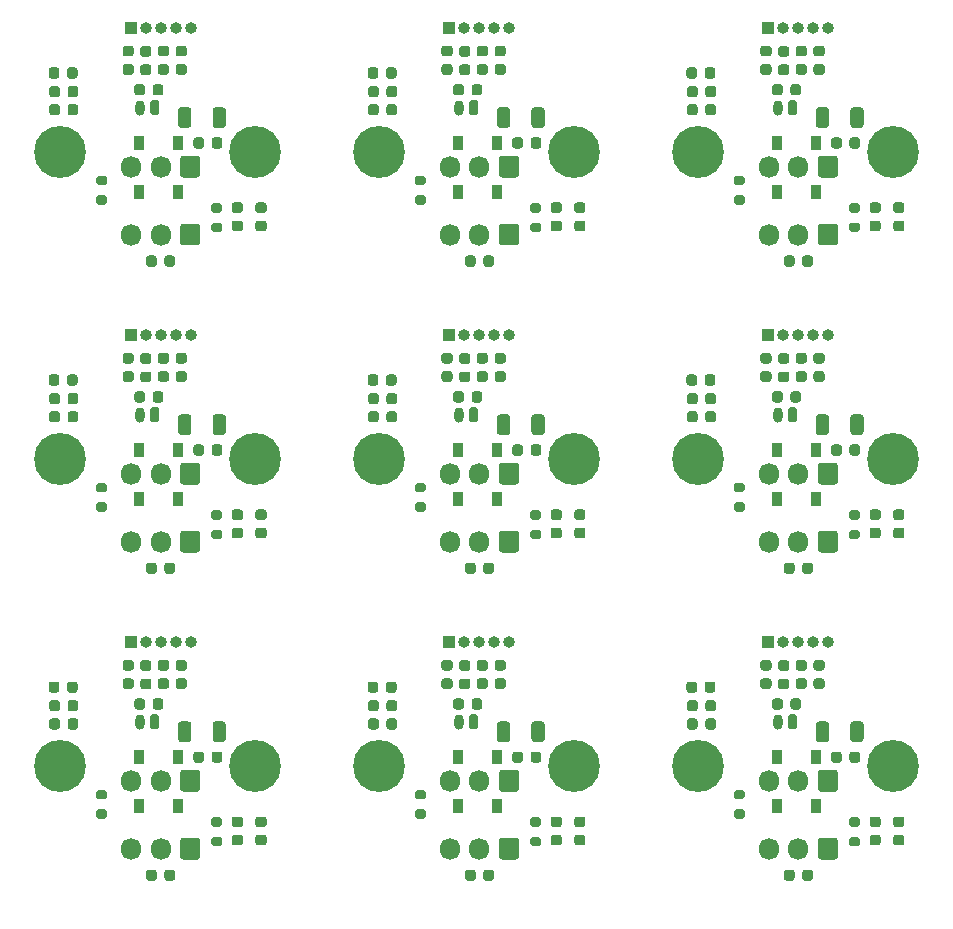
<source format=gbs>
%MOIN*%
%OFA0B0*%
%FSLAX46Y46*%
%IPPOS*%
%LPD*%
%ADD10O,0.03937007874015748X0.03937007874015748*%
%ADD11R,0.03937007874015748X0.03937007874015748*%
%ADD12O,0.031496062992125991X0.051181102362204731*%
%ADD13C,0.17322834645669294*%
%ADD14O,0.066929133858267723X0.072834645669291348*%
%ADD15R,0.035433070866141732X0.047244094488188976*%
%ADD26O,0.03937007874015748X0.03937007874015748*%
%ADD27R,0.03937007874015748X0.03937007874015748*%
%ADD28O,0.031496062992125991X0.051181102362204731*%
%ADD29C,0.17322834645669294*%
%ADD30O,0.066929133858267723X0.072834645669291348*%
%ADD31R,0.035433070866141732X0.047244094488188976*%
%ADD32O,0.03937007874015748X0.03937007874015748*%
%ADD33R,0.03937007874015748X0.03937007874015748*%
%ADD34O,0.031496062992125991X0.051181102362204731*%
%ADD35C,0.17322834645669294*%
%ADD36O,0.066929133858267723X0.072834645669291348*%
%ADD37R,0.035433070866141732X0.047244094488188976*%
%ADD38O,0.03937007874015748X0.03937007874015748*%
%ADD39R,0.03937007874015748X0.03937007874015748*%
%ADD40O,0.031496062992125991X0.051181102362204731*%
%ADD41C,0.17322834645669294*%
%ADD42O,0.066929133858267723X0.072834645669291348*%
%ADD43R,0.035433070866141732X0.047244094488188976*%
%ADD44O,0.03937007874015748X0.03937007874015748*%
%ADD45R,0.03937007874015748X0.03937007874015748*%
%ADD46O,0.031496062992125991X0.051181102362204731*%
%ADD47C,0.17322834645669294*%
%ADD48O,0.066929133858267723X0.072834645669291348*%
%ADD49R,0.035433070866141732X0.047244094488188976*%
%ADD50O,0.03937007874015748X0.03937007874015748*%
%ADD51R,0.03937007874015748X0.03937007874015748*%
%ADD52O,0.031496062992125991X0.051181102362204731*%
%ADD53C,0.17322834645669294*%
%ADD54O,0.066929133858267723X0.072834645669291348*%
%ADD55R,0.035433070866141732X0.047244094488188976*%
%ADD56O,0.03937007874015748X0.03937007874015748*%
%ADD57R,0.03937007874015748X0.03937007874015748*%
%ADD58O,0.031496062992125991X0.051181102362204731*%
%ADD59C,0.17322834645669294*%
%ADD60O,0.066929133858267723X0.072834645669291348*%
%ADD61R,0.035433070866141732X0.047244094488188976*%
%ADD62O,0.03937007874015748X0.03937007874015748*%
%ADD63R,0.03937007874015748X0.03937007874015748*%
%ADD64O,0.031496062992125991X0.051181102362204731*%
%ADD65C,0.17322834645669294*%
%ADD66O,0.066929133858267723X0.072834645669291348*%
%ADD67R,0.035433070866141732X0.047244094488188976*%
%ADD68O,0.03937007874015748X0.03937007874015748*%
%ADD69R,0.03937007874015748X0.03937007874015748*%
%ADD70O,0.031496062992125991X0.051181102362204731*%
%ADD71C,0.17322834645669294*%
%ADD72O,0.066929133858267723X0.072834645669291348*%
%ADD73R,0.035433070866141732X0.047244094488188976*%
G01*
D10*
X0000472440Y0001456692D02*
X0001072440Y0001358267D03*
X0001022440Y0001358267D03*
X0000972440Y0001358267D03*
X0000922440Y0001358267D03*
D11*
X0000872440Y0001358267D03*
G36*
G01*
X0000968503Y0001110236D02*
X0000968503Y0001074803D01*
G75*
G02*
X0000960629Y0001066929I-0000007874D01*
G01*
X0000944881Y0001066929D01*
G75*
G02*
X0000937007Y0001074803J0000007874D01*
G01*
X0000937007Y0001110236D01*
G75*
G02*
X0000944881Y0001118110I0000007874D01*
G01*
X0000960629Y0001118110D01*
G75*
G02*
X0000968503Y0001110236J-0000007874D01*
G01*
G37*
D12*
X0000903543Y0001092519D03*
G36*
G01*
X0001189960Y0001083661D02*
X0001189960Y0001034448D01*
G75*
G02*
X0001180118Y0001024606I-0000009842D01*
G01*
X0001155511Y0001024606D01*
G75*
G02*
X0001145669Y0001034448J0000009842D01*
G01*
X0001145669Y0001083661D01*
G75*
G02*
X0001155511Y0001093503I0000009842D01*
G01*
X0001180118Y0001093503D01*
G75*
G02*
X0001189960Y0001083661J-0000009842D01*
G01*
G37*
G36*
G01*
X0001074803Y0001083661D02*
X0001074803Y0001034448D01*
G75*
G02*
X0001064960Y0001024606I-0000009842D01*
G01*
X0001040354Y0001024606D01*
G75*
G02*
X0001030511Y0001034448J0000009842D01*
G01*
X0001030511Y0001083661D01*
G75*
G02*
X0001040354Y0001093503I0000009842D01*
G01*
X0001064960Y0001093503D01*
G75*
G02*
X0001074803Y0001083661J-0000009842D01*
G01*
G37*
G36*
G01*
X0001051181Y0001262795D02*
X0001031496Y0001262795D01*
G75*
G02*
X0001022637Y0001271653J0000008858D01*
G01*
X0001022637Y0001289370D01*
G75*
G02*
X0001031496Y0001298228I0000008858D01*
G01*
X0001051181Y0001298228D01*
G75*
G02*
X0001060039Y0001289370J-0000008858D01*
G01*
X0001060039Y0001271653D01*
G75*
G02*
X0001051181Y0001262795I-0000008858D01*
G01*
G37*
G36*
G01*
X0001051181Y0001201771D02*
X0001031496Y0001201771D01*
G75*
G02*
X0001022637Y0001210629J0000008858D01*
G01*
X0001022637Y0001228346D01*
G75*
G02*
X0001031496Y0001237204I0000008858D01*
G01*
X0001051181Y0001237204D01*
G75*
G02*
X0001060039Y0001228346J-0000008858D01*
G01*
X0001060039Y0001210629D01*
G75*
G02*
X0001051181Y0001201771I-0000008858D01*
G01*
G37*
G36*
G01*
X0000991732Y0001262795D02*
X0000972047Y0001262795D01*
G75*
G02*
X0000963188Y0001271653J0000008858D01*
G01*
X0000963188Y0001289370D01*
G75*
G02*
X0000972047Y0001298228I0000008858D01*
G01*
X0000991732Y0001298228D01*
G75*
G02*
X0001000590Y0001289370J-0000008858D01*
G01*
X0001000590Y0001271653D01*
G75*
G02*
X0000991732Y0001262795I-0000008858D01*
G01*
G37*
G36*
G01*
X0000991732Y0001201771D02*
X0000972047Y0001201771D01*
G75*
G02*
X0000963188Y0001210629J0000008858D01*
G01*
X0000963188Y0001228346D01*
G75*
G02*
X0000972047Y0001237204I0000008858D01*
G01*
X0000991732Y0001237204D01*
G75*
G02*
X0001000590Y0001228346J-0000008858D01*
G01*
X0001000590Y0001210629D01*
G75*
G02*
X0000991732Y0001201771I-0000008858D01*
G01*
G37*
G36*
G01*
X0000933070Y0001200787D02*
X0000913385Y0001200787D01*
G75*
G02*
X0000904527Y0001209645J0000008858D01*
G01*
X0000904527Y0001227362D01*
G75*
G02*
X0000913385Y0001236220I0000008858D01*
G01*
X0000933070Y0001236220D01*
G75*
G02*
X0000941929Y0001227362J-0000008858D01*
G01*
X0000941929Y0001209645D01*
G75*
G02*
X0000933070Y0001200787I-0000008858D01*
G01*
G37*
G36*
G01*
X0000933070Y0001261810D02*
X0000913385Y0001261810D01*
G75*
G02*
X0000904527Y0001270669J0000008858D01*
G01*
X0000904527Y0001288385D01*
G75*
G02*
X0000913385Y0001297244I0000008858D01*
G01*
X0000933070Y0001297244D01*
G75*
G02*
X0000941929Y0001288385J-0000008858D01*
G01*
X0000941929Y0001270669D01*
G75*
G02*
X0000933070Y0001261810I-0000008858D01*
G01*
G37*
G36*
G01*
X0000874015Y0001201771D02*
X0000854330Y0001201771D01*
G75*
G02*
X0000845472Y0001210629J0000008858D01*
G01*
X0000845472Y0001228346D01*
G75*
G02*
X0000854330Y0001237204I0000008858D01*
G01*
X0000874015Y0001237204D01*
G75*
G02*
X0000882874Y0001228346J-0000008858D01*
G01*
X0000882874Y0001210629D01*
G75*
G02*
X0000874015Y0001201771I-0000008858D01*
G01*
G37*
G36*
G01*
X0000874015Y0001262795D02*
X0000854330Y0001262795D01*
G75*
G02*
X0000845472Y0001271653J0000008858D01*
G01*
X0000845472Y0001289370D01*
G75*
G02*
X0000854330Y0001298228I0000008858D01*
G01*
X0000874015Y0001298228D01*
G75*
G02*
X0000882874Y0001289370J-0000008858D01*
G01*
X0000882874Y0001271653D01*
G75*
G02*
X0000874015Y0001262795I-0000008858D01*
G01*
G37*
D13*
X0001287401Y0000944881D03*
X0000637795Y0000944881D03*
G36*
G01*
X0001142716Y0000964566D02*
X0001142716Y0000984251D01*
G75*
G02*
X0001151574Y0000993110I0000008858D01*
G01*
X0001169291Y0000993110D01*
G75*
G02*
X0001178149Y0000984251J-0000008858D01*
G01*
X0001178149Y0000964566D01*
G75*
G02*
X0001169291Y0000955708I-0000008858D01*
G01*
X0001151574Y0000955708D01*
G75*
G02*
X0001142716Y0000964566J0000008858D01*
G01*
G37*
G36*
G01*
X0001081692Y0000964566D02*
X0001081692Y0000984251D01*
G75*
G02*
X0001090551Y0000993110I0000008858D01*
G01*
X0001108267Y0000993110D01*
G75*
G02*
X0001117125Y0000984251J-0000008858D01*
G01*
X0001117125Y0000964566D01*
G75*
G02*
X0001108267Y0000955708I-0000008858D01*
G01*
X0001090551Y0000955708D01*
G75*
G02*
X0001081692Y0000964566J0000008858D01*
G01*
G37*
G36*
G01*
X0000601181Y0001075196D02*
X0000601181Y0001094881D01*
G75*
G02*
X0000610039Y0001103740I0000008858D01*
G01*
X0000627755Y0001103740D01*
G75*
G02*
X0000636614Y0001094881J-0000008858D01*
G01*
X0000636614Y0001075196D01*
G75*
G02*
X0000627755Y0001066338I-0000008858D01*
G01*
X0000610039Y0001066338D01*
G75*
G02*
X0000601181Y0001075196J0000008858D01*
G01*
G37*
G36*
G01*
X0000662204Y0001075196D02*
X0000662204Y0001094881D01*
G75*
G02*
X0000671062Y0001103740I0000008858D01*
G01*
X0000688779Y0001103740D01*
G75*
G02*
X0000697637Y0001094881J-0000008858D01*
G01*
X0000697637Y0001075196D01*
G75*
G02*
X0000688779Y0001066338I-0000008858D01*
G01*
X0000671062Y0001066338D01*
G75*
G02*
X0000662204Y0001075196J0000008858D01*
G01*
G37*
G36*
G01*
X0000662401Y0001135826D02*
X0000662401Y0001155511D01*
G75*
G02*
X0000671259Y0001164370I0000008858D01*
G01*
X0000688976Y0001164370D01*
G75*
G02*
X0000697834Y0001155511J-0000008858D01*
G01*
X0000697834Y0001135826D01*
G75*
G02*
X0000688976Y0001126968I-0000008858D01*
G01*
X0000671259Y0001126968D01*
G75*
G02*
X0000662401Y0001135826J0000008858D01*
G01*
G37*
G36*
G01*
X0000601377Y0001135826D02*
X0000601377Y0001155511D01*
G75*
G02*
X0000610236Y0001164370I0000008858D01*
G01*
X0000627952Y0001164370D01*
G75*
G02*
X0000636811Y0001155511J-0000008858D01*
G01*
X0000636811Y0001135826D01*
G75*
G02*
X0000627952Y0001126968I-0000008858D01*
G01*
X0000610236Y0001126968D01*
G75*
G02*
X0000601377Y0001135826J0000008858D01*
G01*
G37*
G36*
G01*
X0000981299Y0001161417D02*
X0000981299Y0001141732D01*
G75*
G02*
X0000972440Y0001132874I-0000008858D01*
G01*
X0000954724Y0001132874D01*
G75*
G02*
X0000945866Y0001141732J0000008858D01*
G01*
X0000945866Y0001161417D01*
G75*
G02*
X0000954724Y0001170275I0000008858D01*
G01*
X0000972440Y0001170275D01*
G75*
G02*
X0000981299Y0001161417J-0000008858D01*
G01*
G37*
G36*
G01*
X0000920275Y0001161417D02*
X0000920275Y0001141732D01*
G75*
G02*
X0000911417Y0001132874I-0000008858D01*
G01*
X0000893700Y0001132874D01*
G75*
G02*
X0000884842Y0001141732J0000008858D01*
G01*
X0000884842Y0001161417D01*
G75*
G02*
X0000893700Y0001170275I0000008858D01*
G01*
X0000911417Y0001170275D01*
G75*
G02*
X0000920275Y0001161417J-0000008858D01*
G01*
G37*
G36*
G01*
X0000599409Y0001197834D02*
X0000599409Y0001217519D01*
G75*
G02*
X0000608267Y0001226377I0000008858D01*
G01*
X0000625984Y0001226377D01*
G75*
G02*
X0000634842Y0001217519J-0000008858D01*
G01*
X0000634842Y0001197834D01*
G75*
G02*
X0000625984Y0001188976I-0000008858D01*
G01*
X0000608267Y0001188976D01*
G75*
G02*
X0000599409Y0001197834J0000008858D01*
G01*
G37*
G36*
G01*
X0000660433Y0001197834D02*
X0000660433Y0001217519D01*
G75*
G02*
X0000669291Y0001226377I0000008858D01*
G01*
X0000687007Y0001226377D01*
G75*
G02*
X0000695866Y0001217519J-0000008858D01*
G01*
X0000695866Y0001197834D01*
G75*
G02*
X0000687007Y0001188976I-0000008858D01*
G01*
X0000669291Y0001188976D01*
G75*
G02*
X0000660433Y0001197834J0000008858D01*
G01*
G37*
G36*
G01*
X0001020669Y0000590551D02*
X0001020669Y0000570866D01*
G75*
G02*
X0001011811Y0000562007I-0000008858D01*
G01*
X0000994094Y0000562007D01*
G75*
G02*
X0000985236Y0000570866J0000008858D01*
G01*
X0000985236Y0000590551D01*
G75*
G02*
X0000994094Y0000599409I0000008858D01*
G01*
X0001011811Y0000599409D01*
G75*
G02*
X0001020669Y0000590551J-0000008858D01*
G01*
G37*
G36*
G01*
X0000959645Y0000590551D02*
X0000959645Y0000570866D01*
G75*
G02*
X0000950787Y0000562007I-0000008858D01*
G01*
X0000933070Y0000562007D01*
G75*
G02*
X0000924212Y0000570866J0000008858D01*
G01*
X0000924212Y0000590551D01*
G75*
G02*
X0000933070Y0000599409I0000008858D01*
G01*
X0000950787Y0000599409D01*
G75*
G02*
X0000959645Y0000590551J-0000008858D01*
G01*
G37*
G36*
G01*
X0001316929Y0000741141D02*
X0001297244Y0000741141D01*
G75*
G02*
X0001288385Y0000750000J0000008858D01*
G01*
X0001288385Y0000767716D01*
G75*
G02*
X0001297244Y0000776574I0000008858D01*
G01*
X0001316929Y0000776574D01*
G75*
G02*
X0001325787Y0000767716J-0000008858D01*
G01*
X0001325787Y0000750000D01*
G75*
G02*
X0001316929Y0000741141I-0000008858D01*
G01*
G37*
G36*
G01*
X0001316929Y0000680118D02*
X0001297244Y0000680118D01*
G75*
G02*
X0001288385Y0000688976J0000008858D01*
G01*
X0001288385Y0000706692D01*
G75*
G02*
X0001297244Y0000715551I0000008858D01*
G01*
X0001316929Y0000715551D01*
G75*
G02*
X0001325787Y0000706692J-0000008858D01*
G01*
X0001325787Y0000688976D01*
G75*
G02*
X0001316929Y0000680118I-0000008858D01*
G01*
G37*
G36*
G01*
X0001218503Y0000715551D02*
X0001238188Y0000715551D01*
G75*
G02*
X0001247047Y0000706692J-0000008858D01*
G01*
X0001247047Y0000688976D01*
G75*
G02*
X0001238188Y0000680118I-0000008858D01*
G01*
X0001218503Y0000680118D01*
G75*
G02*
X0001209645Y0000688976J0000008858D01*
G01*
X0001209645Y0000706692D01*
G75*
G02*
X0001218503Y0000715551I0000008858D01*
G01*
G37*
G36*
G01*
X0001218503Y0000776574D02*
X0001238188Y0000776574D01*
G75*
G02*
X0001247047Y0000767716J-0000008858D01*
G01*
X0001247047Y0000750000D01*
G75*
G02*
X0001238188Y0000741141I-0000008858D01*
G01*
X0001218503Y0000741141D01*
G75*
G02*
X0001209645Y0000750000J0000008858D01*
G01*
X0001209645Y0000767716D01*
G75*
G02*
X0001218503Y0000776574I0000008858D01*
G01*
G37*
G36*
G01*
X0001104330Y0000922244D02*
X0001104330Y0000869094D01*
G75*
G02*
X0001094488Y0000859251I-0000009842D01*
G01*
X0001047244Y0000859251D01*
G75*
G02*
X0001037401Y0000869094J0000009842D01*
G01*
X0001037401Y0000922244D01*
G75*
G02*
X0001047244Y0000932086I0000009842D01*
G01*
X0001094488Y0000932086D01*
G75*
G02*
X0001104330Y0000922244J-0000009842D01*
G01*
G37*
D14*
X0000972440Y0000895669D03*
X0000874015Y0000895669D03*
X0000874015Y0000669291D03*
X0000972440Y0000669291D03*
G36*
G01*
X0001104330Y0000695866D02*
X0001104330Y0000642716D01*
G75*
G02*
X0001094488Y0000632874I-0000009842D01*
G01*
X0001047244Y0000632874D01*
G75*
G02*
X0001037401Y0000642716J0000009842D01*
G01*
X0001037401Y0000695866D01*
G75*
G02*
X0001047244Y0000705708I0000009842D01*
G01*
X0001094488Y0000705708D01*
G75*
G02*
X0001104330Y0000695866J-0000009842D01*
G01*
G37*
G36*
G01*
X0001148622Y0000708661D02*
X0001170275Y0000708661D01*
G75*
G02*
X0001178149Y0000700787J-0000007874D01*
G01*
X0001178149Y0000685039D01*
G75*
G02*
X0001170275Y0000677165I-0000007874D01*
G01*
X0001148622Y0000677165D01*
G75*
G02*
X0001140748Y0000685039J0000007874D01*
G01*
X0001140748Y0000700787D01*
G75*
G02*
X0001148622Y0000708661I0000007874D01*
G01*
G37*
G36*
G01*
X0001148622Y0000773622D02*
X0001170275Y0000773622D01*
G75*
G02*
X0001178149Y0000765748J-0000007874D01*
G01*
X0001178149Y0000750000D01*
G75*
G02*
X0001170275Y0000742125I-0000007874D01*
G01*
X0001148622Y0000742125D01*
G75*
G02*
X0001140748Y0000750000J0000007874D01*
G01*
X0001140748Y0000765748D01*
G75*
G02*
X0001148622Y0000773622I0000007874D01*
G01*
G37*
D15*
X0001031496Y0000811023D03*
X0000901574Y0000811023D03*
X0001029527Y0000974409D03*
X0000899606Y0000974409D03*
G36*
G01*
X0000764763Y0000865157D02*
X0000786417Y0000865157D01*
G75*
G02*
X0000794291Y0000857283J-0000007874D01*
G01*
X0000794291Y0000841535D01*
G75*
G02*
X0000786417Y0000833661I-0000007874D01*
G01*
X0000764763Y0000833661D01*
G75*
G02*
X0000756889Y0000841535J0000007874D01*
G01*
X0000756889Y0000857283D01*
G75*
G02*
X0000764763Y0000865157I0000007874D01*
G01*
G37*
G36*
G01*
X0000764763Y0000800196D02*
X0000786417Y0000800196D01*
G75*
G02*
X0000794291Y0000792322J-0000007874D01*
G01*
X0000794291Y0000776574D01*
G75*
G02*
X0000786417Y0000768700I-0000007874D01*
G01*
X0000764763Y0000768700D01*
G75*
G02*
X0000756889Y0000776574J0000007874D01*
G01*
X0000756889Y0000792322D01*
G75*
G02*
X0000764763Y0000800196I0000007874D01*
G01*
G37*
G04 next file*
G04 Gerber Fmt 4.6, Leading zero omitted, Abs format (unit mm)*
G04 Created by KiCad (PCBNEW (5.1.8)-1) date 2020-11-23 23:28:54*
G01*
G04 APERTURE LIST*
G04 APERTURE END LIST*
D26*
X0001535433Y0001456692D02*
X0002135433Y0001358267D03*
X0002085433Y0001358267D03*
X0002035433Y0001358267D03*
X0001985433Y0001358267D03*
D27*
X0001935433Y0001358267D03*
G36*
G01*
X0002031496Y0001110236D02*
X0002031496Y0001074803D01*
G75*
G02*
X0002023622Y0001066929I-0000007874D01*
G01*
X0002007874Y0001066929D01*
G75*
G02*
X0002000000Y0001074803J0000007874D01*
G01*
X0002000000Y0001110236D01*
G75*
G02*
X0002007874Y0001118110I0000007874D01*
G01*
X0002023622Y0001118110D01*
G75*
G02*
X0002031496Y0001110236J-0000007874D01*
G01*
G37*
D28*
X0001966535Y0001092519D03*
G36*
G01*
X0002252952Y0001083661D02*
X0002252952Y0001034448D01*
G75*
G02*
X0002243110Y0001024606I-0000009842D01*
G01*
X0002218503Y0001024606D01*
G75*
G02*
X0002208661Y0001034448J0000009842D01*
G01*
X0002208661Y0001083661D01*
G75*
G02*
X0002218503Y0001093503I0000009842D01*
G01*
X0002243110Y0001093503D01*
G75*
G02*
X0002252952Y0001083661J-0000009842D01*
G01*
G37*
G36*
G01*
X0002137795Y0001083661D02*
X0002137795Y0001034448D01*
G75*
G02*
X0002127952Y0001024606I-0000009842D01*
G01*
X0002103346Y0001024606D01*
G75*
G02*
X0002093503Y0001034448J0000009842D01*
G01*
X0002093503Y0001083661D01*
G75*
G02*
X0002103346Y0001093503I0000009842D01*
G01*
X0002127952Y0001093503D01*
G75*
G02*
X0002137795Y0001083661J-0000009842D01*
G01*
G37*
G36*
G01*
X0002114173Y0001262795D02*
X0002094488Y0001262795D01*
G75*
G02*
X0002085629Y0001271653J0000008858D01*
G01*
X0002085629Y0001289370D01*
G75*
G02*
X0002094488Y0001298228I0000008858D01*
G01*
X0002114173Y0001298228D01*
G75*
G02*
X0002123031Y0001289370J-0000008858D01*
G01*
X0002123031Y0001271653D01*
G75*
G02*
X0002114173Y0001262795I-0000008858D01*
G01*
G37*
G36*
G01*
X0002114173Y0001201771D02*
X0002094488Y0001201771D01*
G75*
G02*
X0002085629Y0001210629J0000008858D01*
G01*
X0002085629Y0001228346D01*
G75*
G02*
X0002094488Y0001237204I0000008858D01*
G01*
X0002114173Y0001237204D01*
G75*
G02*
X0002123031Y0001228346J-0000008858D01*
G01*
X0002123031Y0001210629D01*
G75*
G02*
X0002114173Y0001201771I-0000008858D01*
G01*
G37*
G36*
G01*
X0002054724Y0001262795D02*
X0002035039Y0001262795D01*
G75*
G02*
X0002026181Y0001271653J0000008858D01*
G01*
X0002026181Y0001289370D01*
G75*
G02*
X0002035039Y0001298228I0000008858D01*
G01*
X0002054724Y0001298228D01*
G75*
G02*
X0002063582Y0001289370J-0000008858D01*
G01*
X0002063582Y0001271653D01*
G75*
G02*
X0002054724Y0001262795I-0000008858D01*
G01*
G37*
G36*
G01*
X0002054724Y0001201771D02*
X0002035039Y0001201771D01*
G75*
G02*
X0002026181Y0001210629J0000008858D01*
G01*
X0002026181Y0001228346D01*
G75*
G02*
X0002035039Y0001237204I0000008858D01*
G01*
X0002054724Y0001237204D01*
G75*
G02*
X0002063582Y0001228346J-0000008858D01*
G01*
X0002063582Y0001210629D01*
G75*
G02*
X0002054724Y0001201771I-0000008858D01*
G01*
G37*
G36*
G01*
X0001996062Y0001200787D02*
X0001976377Y0001200787D01*
G75*
G02*
X0001967519Y0001209645J0000008858D01*
G01*
X0001967519Y0001227362D01*
G75*
G02*
X0001976377Y0001236220I0000008858D01*
G01*
X0001996062Y0001236220D01*
G75*
G02*
X0002004921Y0001227362J-0000008858D01*
G01*
X0002004921Y0001209645D01*
G75*
G02*
X0001996062Y0001200787I-0000008858D01*
G01*
G37*
G36*
G01*
X0001996062Y0001261810D02*
X0001976377Y0001261810D01*
G75*
G02*
X0001967519Y0001270669J0000008858D01*
G01*
X0001967519Y0001288385D01*
G75*
G02*
X0001976377Y0001297244I0000008858D01*
G01*
X0001996062Y0001297244D01*
G75*
G02*
X0002004921Y0001288385J-0000008858D01*
G01*
X0002004921Y0001270669D01*
G75*
G02*
X0001996062Y0001261810I-0000008858D01*
G01*
G37*
G36*
G01*
X0001937007Y0001201771D02*
X0001917322Y0001201771D01*
G75*
G02*
X0001908464Y0001210629J0000008858D01*
G01*
X0001908464Y0001228346D01*
G75*
G02*
X0001917322Y0001237204I0000008858D01*
G01*
X0001937007Y0001237204D01*
G75*
G02*
X0001945866Y0001228346J-0000008858D01*
G01*
X0001945866Y0001210629D01*
G75*
G02*
X0001937007Y0001201771I-0000008858D01*
G01*
G37*
G36*
G01*
X0001937007Y0001262795D02*
X0001917322Y0001262795D01*
G75*
G02*
X0001908464Y0001271653J0000008858D01*
G01*
X0001908464Y0001289370D01*
G75*
G02*
X0001917322Y0001298228I0000008858D01*
G01*
X0001937007Y0001298228D01*
G75*
G02*
X0001945866Y0001289370J-0000008858D01*
G01*
X0001945866Y0001271653D01*
G75*
G02*
X0001937007Y0001262795I-0000008858D01*
G01*
G37*
D29*
X0002350393Y0000944881D03*
X0001700787Y0000944881D03*
G36*
G01*
X0002205708Y0000964566D02*
X0002205708Y0000984251D01*
G75*
G02*
X0002214566Y0000993110I0000008858D01*
G01*
X0002232283Y0000993110D01*
G75*
G02*
X0002241141Y0000984251J-0000008858D01*
G01*
X0002241141Y0000964566D01*
G75*
G02*
X0002232283Y0000955708I-0000008858D01*
G01*
X0002214566Y0000955708D01*
G75*
G02*
X0002205708Y0000964566J0000008858D01*
G01*
G37*
G36*
G01*
X0002144685Y0000964566D02*
X0002144685Y0000984251D01*
G75*
G02*
X0002153543Y0000993110I0000008858D01*
G01*
X0002171259Y0000993110D01*
G75*
G02*
X0002180118Y0000984251J-0000008858D01*
G01*
X0002180118Y0000964566D01*
G75*
G02*
X0002171259Y0000955708I-0000008858D01*
G01*
X0002153543Y0000955708D01*
G75*
G02*
X0002144685Y0000964566J0000008858D01*
G01*
G37*
G36*
G01*
X0001664173Y0001075196D02*
X0001664173Y0001094881D01*
G75*
G02*
X0001673031Y0001103740I0000008858D01*
G01*
X0001690748Y0001103740D01*
G75*
G02*
X0001699606Y0001094881J-0000008858D01*
G01*
X0001699606Y0001075196D01*
G75*
G02*
X0001690748Y0001066338I-0000008858D01*
G01*
X0001673031Y0001066338D01*
G75*
G02*
X0001664173Y0001075196J0000008858D01*
G01*
G37*
G36*
G01*
X0001725196Y0001075196D02*
X0001725196Y0001094881D01*
G75*
G02*
X0001734055Y0001103740I0000008858D01*
G01*
X0001751771Y0001103740D01*
G75*
G02*
X0001760629Y0001094881J-0000008858D01*
G01*
X0001760629Y0001075196D01*
G75*
G02*
X0001751771Y0001066338I-0000008858D01*
G01*
X0001734055Y0001066338D01*
G75*
G02*
X0001725196Y0001075196J0000008858D01*
G01*
G37*
G36*
G01*
X0001725393Y0001135826D02*
X0001725393Y0001155511D01*
G75*
G02*
X0001734251Y0001164370I0000008858D01*
G01*
X0001751968Y0001164370D01*
G75*
G02*
X0001760826Y0001155511J-0000008858D01*
G01*
X0001760826Y0001135826D01*
G75*
G02*
X0001751968Y0001126968I-0000008858D01*
G01*
X0001734251Y0001126968D01*
G75*
G02*
X0001725393Y0001135826J0000008858D01*
G01*
G37*
G36*
G01*
X0001664370Y0001135826D02*
X0001664370Y0001155511D01*
G75*
G02*
X0001673228Y0001164370I0000008858D01*
G01*
X0001690944Y0001164370D01*
G75*
G02*
X0001699803Y0001155511J-0000008858D01*
G01*
X0001699803Y0001135826D01*
G75*
G02*
X0001690944Y0001126968I-0000008858D01*
G01*
X0001673228Y0001126968D01*
G75*
G02*
X0001664370Y0001135826J0000008858D01*
G01*
G37*
G36*
G01*
X0002044291Y0001161417D02*
X0002044291Y0001141732D01*
G75*
G02*
X0002035433Y0001132874I-0000008858D01*
G01*
X0002017716Y0001132874D01*
G75*
G02*
X0002008858Y0001141732J0000008858D01*
G01*
X0002008858Y0001161417D01*
G75*
G02*
X0002017716Y0001170275I0000008858D01*
G01*
X0002035433Y0001170275D01*
G75*
G02*
X0002044291Y0001161417J-0000008858D01*
G01*
G37*
G36*
G01*
X0001983267Y0001161417D02*
X0001983267Y0001141732D01*
G75*
G02*
X0001974409Y0001132874I-0000008858D01*
G01*
X0001956692Y0001132874D01*
G75*
G02*
X0001947834Y0001141732J0000008858D01*
G01*
X0001947834Y0001161417D01*
G75*
G02*
X0001956692Y0001170275I0000008858D01*
G01*
X0001974409Y0001170275D01*
G75*
G02*
X0001983267Y0001161417J-0000008858D01*
G01*
G37*
G36*
G01*
X0001662401Y0001197834D02*
X0001662401Y0001217519D01*
G75*
G02*
X0001671259Y0001226377I0000008858D01*
G01*
X0001688976Y0001226377D01*
G75*
G02*
X0001697834Y0001217519J-0000008858D01*
G01*
X0001697834Y0001197834D01*
G75*
G02*
X0001688976Y0001188976I-0000008858D01*
G01*
X0001671259Y0001188976D01*
G75*
G02*
X0001662401Y0001197834J0000008858D01*
G01*
G37*
G36*
G01*
X0001723425Y0001197834D02*
X0001723425Y0001217519D01*
G75*
G02*
X0001732283Y0001226377I0000008858D01*
G01*
X0001750000Y0001226377D01*
G75*
G02*
X0001758858Y0001217519J-0000008858D01*
G01*
X0001758858Y0001197834D01*
G75*
G02*
X0001750000Y0001188976I-0000008858D01*
G01*
X0001732283Y0001188976D01*
G75*
G02*
X0001723425Y0001197834J0000008858D01*
G01*
G37*
G36*
G01*
X0002083661Y0000590551D02*
X0002083661Y0000570866D01*
G75*
G02*
X0002074803Y0000562007I-0000008858D01*
G01*
X0002057086Y0000562007D01*
G75*
G02*
X0002048228Y0000570866J0000008858D01*
G01*
X0002048228Y0000590551D01*
G75*
G02*
X0002057086Y0000599409I0000008858D01*
G01*
X0002074803Y0000599409D01*
G75*
G02*
X0002083661Y0000590551J-0000008858D01*
G01*
G37*
G36*
G01*
X0002022637Y0000590551D02*
X0002022637Y0000570866D01*
G75*
G02*
X0002013779Y0000562007I-0000008858D01*
G01*
X0001996062Y0000562007D01*
G75*
G02*
X0001987204Y0000570866J0000008858D01*
G01*
X0001987204Y0000590551D01*
G75*
G02*
X0001996062Y0000599409I0000008858D01*
G01*
X0002013779Y0000599409D01*
G75*
G02*
X0002022637Y0000590551J-0000008858D01*
G01*
G37*
G36*
G01*
X0002379921Y0000741141D02*
X0002360236Y0000741141D01*
G75*
G02*
X0002351377Y0000750000J0000008858D01*
G01*
X0002351377Y0000767716D01*
G75*
G02*
X0002360236Y0000776574I0000008858D01*
G01*
X0002379921Y0000776574D01*
G75*
G02*
X0002388779Y0000767716J-0000008858D01*
G01*
X0002388779Y0000750000D01*
G75*
G02*
X0002379921Y0000741141I-0000008858D01*
G01*
G37*
G36*
G01*
X0002379921Y0000680118D02*
X0002360236Y0000680118D01*
G75*
G02*
X0002351377Y0000688976J0000008858D01*
G01*
X0002351377Y0000706692D01*
G75*
G02*
X0002360236Y0000715551I0000008858D01*
G01*
X0002379921Y0000715551D01*
G75*
G02*
X0002388779Y0000706692J-0000008858D01*
G01*
X0002388779Y0000688976D01*
G75*
G02*
X0002379921Y0000680118I-0000008858D01*
G01*
G37*
G36*
G01*
X0002281496Y0000715551D02*
X0002301181Y0000715551D01*
G75*
G02*
X0002310039Y0000706692J-0000008858D01*
G01*
X0002310039Y0000688976D01*
G75*
G02*
X0002301181Y0000680118I-0000008858D01*
G01*
X0002281496Y0000680118D01*
G75*
G02*
X0002272637Y0000688976J0000008858D01*
G01*
X0002272637Y0000706692D01*
G75*
G02*
X0002281496Y0000715551I0000008858D01*
G01*
G37*
G36*
G01*
X0002281496Y0000776574D02*
X0002301181Y0000776574D01*
G75*
G02*
X0002310039Y0000767716J-0000008858D01*
G01*
X0002310039Y0000750000D01*
G75*
G02*
X0002301181Y0000741141I-0000008858D01*
G01*
X0002281496Y0000741141D01*
G75*
G02*
X0002272637Y0000750000J0000008858D01*
G01*
X0002272637Y0000767716D01*
G75*
G02*
X0002281496Y0000776574I0000008858D01*
G01*
G37*
G36*
G01*
X0002167322Y0000922244D02*
X0002167322Y0000869094D01*
G75*
G02*
X0002157480Y0000859251I-0000009842D01*
G01*
X0002110236Y0000859251D01*
G75*
G02*
X0002100393Y0000869094J0000009842D01*
G01*
X0002100393Y0000922244D01*
G75*
G02*
X0002110236Y0000932086I0000009842D01*
G01*
X0002157480Y0000932086D01*
G75*
G02*
X0002167322Y0000922244J-0000009842D01*
G01*
G37*
D30*
X0002035433Y0000895669D03*
X0001937007Y0000895669D03*
X0001937007Y0000669291D03*
X0002035433Y0000669291D03*
G36*
G01*
X0002167322Y0000695866D02*
X0002167322Y0000642716D01*
G75*
G02*
X0002157480Y0000632874I-0000009842D01*
G01*
X0002110236Y0000632874D01*
G75*
G02*
X0002100393Y0000642716J0000009842D01*
G01*
X0002100393Y0000695866D01*
G75*
G02*
X0002110236Y0000705708I0000009842D01*
G01*
X0002157480Y0000705708D01*
G75*
G02*
X0002167322Y0000695866J-0000009842D01*
G01*
G37*
G36*
G01*
X0002211614Y0000708661D02*
X0002233267Y0000708661D01*
G75*
G02*
X0002241141Y0000700787J-0000007874D01*
G01*
X0002241141Y0000685039D01*
G75*
G02*
X0002233267Y0000677165I-0000007874D01*
G01*
X0002211614Y0000677165D01*
G75*
G02*
X0002203740Y0000685039J0000007874D01*
G01*
X0002203740Y0000700787D01*
G75*
G02*
X0002211614Y0000708661I0000007874D01*
G01*
G37*
G36*
G01*
X0002211614Y0000773622D02*
X0002233267Y0000773622D01*
G75*
G02*
X0002241141Y0000765748J-0000007874D01*
G01*
X0002241141Y0000750000D01*
G75*
G02*
X0002233267Y0000742125I-0000007874D01*
G01*
X0002211614Y0000742125D01*
G75*
G02*
X0002203740Y0000750000J0000007874D01*
G01*
X0002203740Y0000765748D01*
G75*
G02*
X0002211614Y0000773622I0000007874D01*
G01*
G37*
D31*
X0002094488Y0000811023D03*
X0001964566Y0000811023D03*
X0002092519Y0000974409D03*
X0001962598Y0000974409D03*
G36*
G01*
X0001827755Y0000865157D02*
X0001849409Y0000865157D01*
G75*
G02*
X0001857283Y0000857283J-0000007874D01*
G01*
X0001857283Y0000841535D01*
G75*
G02*
X0001849409Y0000833661I-0000007874D01*
G01*
X0001827755Y0000833661D01*
G75*
G02*
X0001819881Y0000841535J0000007874D01*
G01*
X0001819881Y0000857283D01*
G75*
G02*
X0001827755Y0000865157I0000007874D01*
G01*
G37*
G36*
G01*
X0001827755Y0000800196D02*
X0001849409Y0000800196D01*
G75*
G02*
X0001857283Y0000792322J-0000007874D01*
G01*
X0001857283Y0000776574D01*
G75*
G02*
X0001849409Y0000768700I-0000007874D01*
G01*
X0001827755Y0000768700D01*
G75*
G02*
X0001819881Y0000776574J0000007874D01*
G01*
X0001819881Y0000792322D01*
G75*
G02*
X0001827755Y0000800196I0000007874D01*
G01*
G37*
G04 next file*
G04 Gerber Fmt 4.6, Leading zero omitted, Abs format (unit mm)*
G04 Created by KiCad (PCBNEW (5.1.8)-1) date 2020-11-23 23:28:54*
G01*
G04 APERTURE LIST*
G04 APERTURE END LIST*
D32*
X0002598425Y0001456692D02*
X0003198425Y0001358267D03*
X0003148425Y0001358267D03*
X0003098425Y0001358267D03*
X0003048425Y0001358267D03*
D33*
X0002998425Y0001358267D03*
G36*
G01*
X0003094488Y0001110236D02*
X0003094488Y0001074803D01*
G75*
G02*
X0003086614Y0001066929I-0000007874D01*
G01*
X0003070866Y0001066929D01*
G75*
G02*
X0003062992Y0001074803J0000007874D01*
G01*
X0003062992Y0001110236D01*
G75*
G02*
X0003070866Y0001118110I0000007874D01*
G01*
X0003086614Y0001118110D01*
G75*
G02*
X0003094488Y0001110236J-0000007874D01*
G01*
G37*
D34*
X0003029527Y0001092519D03*
G36*
G01*
X0003315944Y0001083661D02*
X0003315944Y0001034448D01*
G75*
G02*
X0003306102Y0001024606I-0000009842D01*
G01*
X0003281496Y0001024606D01*
G75*
G02*
X0003271653Y0001034448J0000009842D01*
G01*
X0003271653Y0001083661D01*
G75*
G02*
X0003281496Y0001093503I0000009842D01*
G01*
X0003306102Y0001093503D01*
G75*
G02*
X0003315944Y0001083661J-0000009842D01*
G01*
G37*
G36*
G01*
X0003200787Y0001083661D02*
X0003200787Y0001034448D01*
G75*
G02*
X0003190944Y0001024606I-0000009842D01*
G01*
X0003166338Y0001024606D01*
G75*
G02*
X0003156496Y0001034448J0000009842D01*
G01*
X0003156496Y0001083661D01*
G75*
G02*
X0003166338Y0001093503I0000009842D01*
G01*
X0003190944Y0001093503D01*
G75*
G02*
X0003200787Y0001083661J-0000009842D01*
G01*
G37*
G36*
G01*
X0003177165Y0001262795D02*
X0003157480Y0001262795D01*
G75*
G02*
X0003148622Y0001271653J0000008858D01*
G01*
X0003148622Y0001289370D01*
G75*
G02*
X0003157480Y0001298228I0000008858D01*
G01*
X0003177165Y0001298228D01*
G75*
G02*
X0003186023Y0001289370J-0000008858D01*
G01*
X0003186023Y0001271653D01*
G75*
G02*
X0003177165Y0001262795I-0000008858D01*
G01*
G37*
G36*
G01*
X0003177165Y0001201771D02*
X0003157480Y0001201771D01*
G75*
G02*
X0003148622Y0001210629J0000008858D01*
G01*
X0003148622Y0001228346D01*
G75*
G02*
X0003157480Y0001237204I0000008858D01*
G01*
X0003177165Y0001237204D01*
G75*
G02*
X0003186023Y0001228346J-0000008858D01*
G01*
X0003186023Y0001210629D01*
G75*
G02*
X0003177165Y0001201771I-0000008858D01*
G01*
G37*
G36*
G01*
X0003117716Y0001262795D02*
X0003098031Y0001262795D01*
G75*
G02*
X0003089173Y0001271653J0000008858D01*
G01*
X0003089173Y0001289370D01*
G75*
G02*
X0003098031Y0001298228I0000008858D01*
G01*
X0003117716Y0001298228D01*
G75*
G02*
X0003126574Y0001289370J-0000008858D01*
G01*
X0003126574Y0001271653D01*
G75*
G02*
X0003117716Y0001262795I-0000008858D01*
G01*
G37*
G36*
G01*
X0003117716Y0001201771D02*
X0003098031Y0001201771D01*
G75*
G02*
X0003089173Y0001210629J0000008858D01*
G01*
X0003089173Y0001228346D01*
G75*
G02*
X0003098031Y0001237204I0000008858D01*
G01*
X0003117716Y0001237204D01*
G75*
G02*
X0003126574Y0001228346J-0000008858D01*
G01*
X0003126574Y0001210629D01*
G75*
G02*
X0003117716Y0001201771I-0000008858D01*
G01*
G37*
G36*
G01*
X0003059055Y0001200787D02*
X0003039370Y0001200787D01*
G75*
G02*
X0003030511Y0001209645J0000008858D01*
G01*
X0003030511Y0001227362D01*
G75*
G02*
X0003039370Y0001236220I0000008858D01*
G01*
X0003059055Y0001236220D01*
G75*
G02*
X0003067913Y0001227362J-0000008858D01*
G01*
X0003067913Y0001209645D01*
G75*
G02*
X0003059055Y0001200787I-0000008858D01*
G01*
G37*
G36*
G01*
X0003059055Y0001261810D02*
X0003039370Y0001261810D01*
G75*
G02*
X0003030511Y0001270669J0000008858D01*
G01*
X0003030511Y0001288385D01*
G75*
G02*
X0003039370Y0001297244I0000008858D01*
G01*
X0003059055Y0001297244D01*
G75*
G02*
X0003067913Y0001288385J-0000008858D01*
G01*
X0003067913Y0001270669D01*
G75*
G02*
X0003059055Y0001261810I-0000008858D01*
G01*
G37*
G36*
G01*
X0003000000Y0001201771D02*
X0002980314Y0001201771D01*
G75*
G02*
X0002971456Y0001210629J0000008858D01*
G01*
X0002971456Y0001228346D01*
G75*
G02*
X0002980314Y0001237204I0000008858D01*
G01*
X0003000000Y0001237204D01*
G75*
G02*
X0003008858Y0001228346J-0000008858D01*
G01*
X0003008858Y0001210629D01*
G75*
G02*
X0003000000Y0001201771I-0000008858D01*
G01*
G37*
G36*
G01*
X0003000000Y0001262795D02*
X0002980314Y0001262795D01*
G75*
G02*
X0002971456Y0001271653J0000008858D01*
G01*
X0002971456Y0001289370D01*
G75*
G02*
X0002980314Y0001298228I0000008858D01*
G01*
X0003000000Y0001298228D01*
G75*
G02*
X0003008858Y0001289370J-0000008858D01*
G01*
X0003008858Y0001271653D01*
G75*
G02*
X0003000000Y0001262795I-0000008858D01*
G01*
G37*
D35*
X0003413385Y0000944881D03*
X0002763779Y0000944881D03*
G36*
G01*
X0003268700Y0000964566D02*
X0003268700Y0000984251D01*
G75*
G02*
X0003277559Y0000993110I0000008858D01*
G01*
X0003295275Y0000993110D01*
G75*
G02*
X0003304133Y0000984251J-0000008858D01*
G01*
X0003304133Y0000964566D01*
G75*
G02*
X0003295275Y0000955708I-0000008858D01*
G01*
X0003277559Y0000955708D01*
G75*
G02*
X0003268700Y0000964566J0000008858D01*
G01*
G37*
G36*
G01*
X0003207677Y0000964566D02*
X0003207677Y0000984251D01*
G75*
G02*
X0003216535Y0000993110I0000008858D01*
G01*
X0003234251Y0000993110D01*
G75*
G02*
X0003243110Y0000984251J-0000008858D01*
G01*
X0003243110Y0000964566D01*
G75*
G02*
X0003234251Y0000955708I-0000008858D01*
G01*
X0003216535Y0000955708D01*
G75*
G02*
X0003207677Y0000964566J0000008858D01*
G01*
G37*
G36*
G01*
X0002727165Y0001075196D02*
X0002727165Y0001094881D01*
G75*
G02*
X0002736023Y0001103740I0000008858D01*
G01*
X0002753740Y0001103740D01*
G75*
G02*
X0002762598Y0001094881J-0000008858D01*
G01*
X0002762598Y0001075196D01*
G75*
G02*
X0002753740Y0001066338I-0000008858D01*
G01*
X0002736023Y0001066338D01*
G75*
G02*
X0002727165Y0001075196J0000008858D01*
G01*
G37*
G36*
G01*
X0002788188Y0001075196D02*
X0002788188Y0001094881D01*
G75*
G02*
X0002797047Y0001103740I0000008858D01*
G01*
X0002814763Y0001103740D01*
G75*
G02*
X0002823622Y0001094881J-0000008858D01*
G01*
X0002823622Y0001075196D01*
G75*
G02*
X0002814763Y0001066338I-0000008858D01*
G01*
X0002797047Y0001066338D01*
G75*
G02*
X0002788188Y0001075196J0000008858D01*
G01*
G37*
G36*
G01*
X0002788385Y0001135826D02*
X0002788385Y0001155511D01*
G75*
G02*
X0002797244Y0001164370I0000008858D01*
G01*
X0002814960Y0001164370D01*
G75*
G02*
X0002823818Y0001155511J-0000008858D01*
G01*
X0002823818Y0001135826D01*
G75*
G02*
X0002814960Y0001126968I-0000008858D01*
G01*
X0002797244Y0001126968D01*
G75*
G02*
X0002788385Y0001135826J0000008858D01*
G01*
G37*
G36*
G01*
X0002727362Y0001135826D02*
X0002727362Y0001155511D01*
G75*
G02*
X0002736220Y0001164370I0000008858D01*
G01*
X0002753937Y0001164370D01*
G75*
G02*
X0002762795Y0001155511J-0000008858D01*
G01*
X0002762795Y0001135826D01*
G75*
G02*
X0002753937Y0001126968I-0000008858D01*
G01*
X0002736220Y0001126968D01*
G75*
G02*
X0002727362Y0001135826J0000008858D01*
G01*
G37*
G36*
G01*
X0003107283Y0001161417D02*
X0003107283Y0001141732D01*
G75*
G02*
X0003098425Y0001132874I-0000008858D01*
G01*
X0003080708Y0001132874D01*
G75*
G02*
X0003071850Y0001141732J0000008858D01*
G01*
X0003071850Y0001161417D01*
G75*
G02*
X0003080708Y0001170275I0000008858D01*
G01*
X0003098425Y0001170275D01*
G75*
G02*
X0003107283Y0001161417J-0000008858D01*
G01*
G37*
G36*
G01*
X0003046259Y0001161417D02*
X0003046259Y0001141732D01*
G75*
G02*
X0003037401Y0001132874I-0000008858D01*
G01*
X0003019685Y0001132874D01*
G75*
G02*
X0003010826Y0001141732J0000008858D01*
G01*
X0003010826Y0001161417D01*
G75*
G02*
X0003019685Y0001170275I0000008858D01*
G01*
X0003037401Y0001170275D01*
G75*
G02*
X0003046259Y0001161417J-0000008858D01*
G01*
G37*
G36*
G01*
X0002725393Y0001197834D02*
X0002725393Y0001217519D01*
G75*
G02*
X0002734251Y0001226377I0000008858D01*
G01*
X0002751968Y0001226377D01*
G75*
G02*
X0002760826Y0001217519J-0000008858D01*
G01*
X0002760826Y0001197834D01*
G75*
G02*
X0002751968Y0001188976I-0000008858D01*
G01*
X0002734251Y0001188976D01*
G75*
G02*
X0002725393Y0001197834J0000008858D01*
G01*
G37*
G36*
G01*
X0002786417Y0001197834D02*
X0002786417Y0001217519D01*
G75*
G02*
X0002795275Y0001226377I0000008858D01*
G01*
X0002812992Y0001226377D01*
G75*
G02*
X0002821850Y0001217519J-0000008858D01*
G01*
X0002821850Y0001197834D01*
G75*
G02*
X0002812992Y0001188976I-0000008858D01*
G01*
X0002795275Y0001188976D01*
G75*
G02*
X0002786417Y0001197834J0000008858D01*
G01*
G37*
G36*
G01*
X0003146653Y0000590551D02*
X0003146653Y0000570866D01*
G75*
G02*
X0003137795Y0000562007I-0000008858D01*
G01*
X0003120078Y0000562007D01*
G75*
G02*
X0003111220Y0000570866J0000008858D01*
G01*
X0003111220Y0000590551D01*
G75*
G02*
X0003120078Y0000599409I0000008858D01*
G01*
X0003137795Y0000599409D01*
G75*
G02*
X0003146653Y0000590551J-0000008858D01*
G01*
G37*
G36*
G01*
X0003085629Y0000590551D02*
X0003085629Y0000570866D01*
G75*
G02*
X0003076771Y0000562007I-0000008858D01*
G01*
X0003059055Y0000562007D01*
G75*
G02*
X0003050196Y0000570866J0000008858D01*
G01*
X0003050196Y0000590551D01*
G75*
G02*
X0003059055Y0000599409I0000008858D01*
G01*
X0003076771Y0000599409D01*
G75*
G02*
X0003085629Y0000590551J-0000008858D01*
G01*
G37*
G36*
G01*
X0003442913Y0000741141D02*
X0003423228Y0000741141D01*
G75*
G02*
X0003414370Y0000750000J0000008858D01*
G01*
X0003414370Y0000767716D01*
G75*
G02*
X0003423228Y0000776574I0000008858D01*
G01*
X0003442913Y0000776574D01*
G75*
G02*
X0003451771Y0000767716J-0000008858D01*
G01*
X0003451771Y0000750000D01*
G75*
G02*
X0003442913Y0000741141I-0000008858D01*
G01*
G37*
G36*
G01*
X0003442913Y0000680118D02*
X0003423228Y0000680118D01*
G75*
G02*
X0003414370Y0000688976J0000008858D01*
G01*
X0003414370Y0000706692D01*
G75*
G02*
X0003423228Y0000715551I0000008858D01*
G01*
X0003442913Y0000715551D01*
G75*
G02*
X0003451771Y0000706692J-0000008858D01*
G01*
X0003451771Y0000688976D01*
G75*
G02*
X0003442913Y0000680118I-0000008858D01*
G01*
G37*
G36*
G01*
X0003344488Y0000715551D02*
X0003364173Y0000715551D01*
G75*
G02*
X0003373031Y0000706692J-0000008858D01*
G01*
X0003373031Y0000688976D01*
G75*
G02*
X0003364173Y0000680118I-0000008858D01*
G01*
X0003344488Y0000680118D01*
G75*
G02*
X0003335629Y0000688976J0000008858D01*
G01*
X0003335629Y0000706692D01*
G75*
G02*
X0003344488Y0000715551I0000008858D01*
G01*
G37*
G36*
G01*
X0003344488Y0000776574D02*
X0003364173Y0000776574D01*
G75*
G02*
X0003373031Y0000767716J-0000008858D01*
G01*
X0003373031Y0000750000D01*
G75*
G02*
X0003364173Y0000741141I-0000008858D01*
G01*
X0003344488Y0000741141D01*
G75*
G02*
X0003335629Y0000750000J0000008858D01*
G01*
X0003335629Y0000767716D01*
G75*
G02*
X0003344488Y0000776574I0000008858D01*
G01*
G37*
G36*
G01*
X0003230314Y0000922244D02*
X0003230314Y0000869094D01*
G75*
G02*
X0003220472Y0000859251I-0000009842D01*
G01*
X0003173228Y0000859251D01*
G75*
G02*
X0003163385Y0000869094J0000009842D01*
G01*
X0003163385Y0000922244D01*
G75*
G02*
X0003173228Y0000932086I0000009842D01*
G01*
X0003220472Y0000932086D01*
G75*
G02*
X0003230314Y0000922244J-0000009842D01*
G01*
G37*
D36*
X0003098425Y0000895669D03*
X0003000000Y0000895669D03*
X0003000000Y0000669291D03*
X0003098425Y0000669291D03*
G36*
G01*
X0003230314Y0000695866D02*
X0003230314Y0000642716D01*
G75*
G02*
X0003220472Y0000632874I-0000009842D01*
G01*
X0003173228Y0000632874D01*
G75*
G02*
X0003163385Y0000642716J0000009842D01*
G01*
X0003163385Y0000695866D01*
G75*
G02*
X0003173228Y0000705708I0000009842D01*
G01*
X0003220472Y0000705708D01*
G75*
G02*
X0003230314Y0000695866J-0000009842D01*
G01*
G37*
G36*
G01*
X0003274606Y0000708661D02*
X0003296259Y0000708661D01*
G75*
G02*
X0003304133Y0000700787J-0000007874D01*
G01*
X0003304133Y0000685039D01*
G75*
G02*
X0003296259Y0000677165I-0000007874D01*
G01*
X0003274606Y0000677165D01*
G75*
G02*
X0003266732Y0000685039J0000007874D01*
G01*
X0003266732Y0000700787D01*
G75*
G02*
X0003274606Y0000708661I0000007874D01*
G01*
G37*
G36*
G01*
X0003274606Y0000773622D02*
X0003296259Y0000773622D01*
G75*
G02*
X0003304133Y0000765748J-0000007874D01*
G01*
X0003304133Y0000750000D01*
G75*
G02*
X0003296259Y0000742125I-0000007874D01*
G01*
X0003274606Y0000742125D01*
G75*
G02*
X0003266732Y0000750000J0000007874D01*
G01*
X0003266732Y0000765748D01*
G75*
G02*
X0003274606Y0000773622I0000007874D01*
G01*
G37*
D37*
X0003157480Y0000811023D03*
X0003027559Y0000811023D03*
X0003155511Y0000974409D03*
X0003025590Y0000974409D03*
G36*
G01*
X0002890748Y0000865157D02*
X0002912401Y0000865157D01*
G75*
G02*
X0002920275Y0000857283J-0000007874D01*
G01*
X0002920275Y0000841535D01*
G75*
G02*
X0002912401Y0000833661I-0000007874D01*
G01*
X0002890748Y0000833661D01*
G75*
G02*
X0002882874Y0000841535J0000007874D01*
G01*
X0002882874Y0000857283D01*
G75*
G02*
X0002890748Y0000865157I0000007874D01*
G01*
G37*
G36*
G01*
X0002890748Y0000800196D02*
X0002912401Y0000800196D01*
G75*
G02*
X0002920275Y0000792322J-0000007874D01*
G01*
X0002920275Y0000776574D01*
G75*
G02*
X0002912401Y0000768700I-0000007874D01*
G01*
X0002890748Y0000768700D01*
G75*
G02*
X0002882874Y0000776574J0000007874D01*
G01*
X0002882874Y0000792322D01*
G75*
G02*
X0002890748Y0000800196I0000007874D01*
G01*
G37*
G04 next file*
G04 Gerber Fmt 4.6, Leading zero omitted, Abs format (unit mm)*
G04 Created by KiCad (PCBNEW (5.1.8)-1) date 2020-11-23 23:28:54*
G01*
G04 APERTURE LIST*
G04 APERTURE END LIST*
D38*
X0000472440Y0002480314D02*
X0001072440Y0002381889D03*
X0001022440Y0002381889D03*
X0000972440Y0002381889D03*
X0000922440Y0002381889D03*
D39*
X0000872440Y0002381889D03*
G36*
G01*
X0000968503Y0002133858D02*
X0000968503Y0002098425D01*
G75*
G02*
X0000960629Y0002090551I-0000007874D01*
G01*
X0000944881Y0002090551D01*
G75*
G02*
X0000937007Y0002098425J0000007874D01*
G01*
X0000937007Y0002133858D01*
G75*
G02*
X0000944881Y0002141732I0000007874D01*
G01*
X0000960629Y0002141732D01*
G75*
G02*
X0000968503Y0002133858J-0000007874D01*
G01*
G37*
D40*
X0000903543Y0002116141D03*
G36*
G01*
X0001189960Y0002107283D02*
X0001189960Y0002058070D01*
G75*
G02*
X0001180118Y0002048228I-0000009842D01*
G01*
X0001155511Y0002048228D01*
G75*
G02*
X0001145669Y0002058070J0000009842D01*
G01*
X0001145669Y0002107283D01*
G75*
G02*
X0001155511Y0002117125I0000009842D01*
G01*
X0001180118Y0002117125D01*
G75*
G02*
X0001189960Y0002107283J-0000009842D01*
G01*
G37*
G36*
G01*
X0001074803Y0002107283D02*
X0001074803Y0002058070D01*
G75*
G02*
X0001064960Y0002048228I-0000009842D01*
G01*
X0001040354Y0002048228D01*
G75*
G02*
X0001030511Y0002058070J0000009842D01*
G01*
X0001030511Y0002107283D01*
G75*
G02*
X0001040354Y0002117125I0000009842D01*
G01*
X0001064960Y0002117125D01*
G75*
G02*
X0001074803Y0002107283J-0000009842D01*
G01*
G37*
G36*
G01*
X0001051181Y0002286417D02*
X0001031496Y0002286417D01*
G75*
G02*
X0001022637Y0002295275J0000008858D01*
G01*
X0001022637Y0002312992D01*
G75*
G02*
X0001031496Y0002321850I0000008858D01*
G01*
X0001051181Y0002321850D01*
G75*
G02*
X0001060039Y0002312992J-0000008858D01*
G01*
X0001060039Y0002295275D01*
G75*
G02*
X0001051181Y0002286417I-0000008858D01*
G01*
G37*
G36*
G01*
X0001051181Y0002225393D02*
X0001031496Y0002225393D01*
G75*
G02*
X0001022637Y0002234251J0000008858D01*
G01*
X0001022637Y0002251968D01*
G75*
G02*
X0001031496Y0002260826I0000008858D01*
G01*
X0001051181Y0002260826D01*
G75*
G02*
X0001060039Y0002251968J-0000008858D01*
G01*
X0001060039Y0002234251D01*
G75*
G02*
X0001051181Y0002225393I-0000008858D01*
G01*
G37*
G36*
G01*
X0000991732Y0002286417D02*
X0000972047Y0002286417D01*
G75*
G02*
X0000963188Y0002295275J0000008858D01*
G01*
X0000963188Y0002312992D01*
G75*
G02*
X0000972047Y0002321850I0000008858D01*
G01*
X0000991732Y0002321850D01*
G75*
G02*
X0001000590Y0002312992J-0000008858D01*
G01*
X0001000590Y0002295275D01*
G75*
G02*
X0000991732Y0002286417I-0000008858D01*
G01*
G37*
G36*
G01*
X0000991732Y0002225393D02*
X0000972047Y0002225393D01*
G75*
G02*
X0000963188Y0002234251J0000008858D01*
G01*
X0000963188Y0002251968D01*
G75*
G02*
X0000972047Y0002260826I0000008858D01*
G01*
X0000991732Y0002260826D01*
G75*
G02*
X0001000590Y0002251968J-0000008858D01*
G01*
X0001000590Y0002234251D01*
G75*
G02*
X0000991732Y0002225393I-0000008858D01*
G01*
G37*
G36*
G01*
X0000933070Y0002224409D02*
X0000913385Y0002224409D01*
G75*
G02*
X0000904527Y0002233267J0000008858D01*
G01*
X0000904527Y0002250984D01*
G75*
G02*
X0000913385Y0002259842I0000008858D01*
G01*
X0000933070Y0002259842D01*
G75*
G02*
X0000941929Y0002250984J-0000008858D01*
G01*
X0000941929Y0002233267D01*
G75*
G02*
X0000933070Y0002224409I-0000008858D01*
G01*
G37*
G36*
G01*
X0000933070Y0002285433D02*
X0000913385Y0002285433D01*
G75*
G02*
X0000904527Y0002294291J0000008858D01*
G01*
X0000904527Y0002312007D01*
G75*
G02*
X0000913385Y0002320866I0000008858D01*
G01*
X0000933070Y0002320866D01*
G75*
G02*
X0000941929Y0002312007J-0000008858D01*
G01*
X0000941929Y0002294291D01*
G75*
G02*
X0000933070Y0002285433I-0000008858D01*
G01*
G37*
G36*
G01*
X0000874015Y0002225393D02*
X0000854330Y0002225393D01*
G75*
G02*
X0000845472Y0002234251J0000008858D01*
G01*
X0000845472Y0002251968D01*
G75*
G02*
X0000854330Y0002260826I0000008858D01*
G01*
X0000874015Y0002260826D01*
G75*
G02*
X0000882874Y0002251968J-0000008858D01*
G01*
X0000882874Y0002234251D01*
G75*
G02*
X0000874015Y0002225393I-0000008858D01*
G01*
G37*
G36*
G01*
X0000874015Y0002286417D02*
X0000854330Y0002286417D01*
G75*
G02*
X0000845472Y0002295275J0000008858D01*
G01*
X0000845472Y0002312992D01*
G75*
G02*
X0000854330Y0002321850I0000008858D01*
G01*
X0000874015Y0002321850D01*
G75*
G02*
X0000882874Y0002312992J-0000008858D01*
G01*
X0000882874Y0002295275D01*
G75*
G02*
X0000874015Y0002286417I-0000008858D01*
G01*
G37*
D41*
X0001287401Y0001968503D03*
X0000637795Y0001968503D03*
G36*
G01*
X0001142716Y0001988188D02*
X0001142716Y0002007874D01*
G75*
G02*
X0001151574Y0002016732I0000008858D01*
G01*
X0001169291Y0002016732D01*
G75*
G02*
X0001178149Y0002007874J-0000008858D01*
G01*
X0001178149Y0001988188D01*
G75*
G02*
X0001169291Y0001979330I-0000008858D01*
G01*
X0001151574Y0001979330D01*
G75*
G02*
X0001142716Y0001988188J0000008858D01*
G01*
G37*
G36*
G01*
X0001081692Y0001988188D02*
X0001081692Y0002007874D01*
G75*
G02*
X0001090551Y0002016732I0000008858D01*
G01*
X0001108267Y0002016732D01*
G75*
G02*
X0001117125Y0002007874J-0000008858D01*
G01*
X0001117125Y0001988188D01*
G75*
G02*
X0001108267Y0001979330I-0000008858D01*
G01*
X0001090551Y0001979330D01*
G75*
G02*
X0001081692Y0001988188J0000008858D01*
G01*
G37*
G36*
G01*
X0000601181Y0002098818D02*
X0000601181Y0002118503D01*
G75*
G02*
X0000610039Y0002127362I0000008858D01*
G01*
X0000627755Y0002127362D01*
G75*
G02*
X0000636614Y0002118503J-0000008858D01*
G01*
X0000636614Y0002098818D01*
G75*
G02*
X0000627755Y0002089960I-0000008858D01*
G01*
X0000610039Y0002089960D01*
G75*
G02*
X0000601181Y0002098818J0000008858D01*
G01*
G37*
G36*
G01*
X0000662204Y0002098818D02*
X0000662204Y0002118503D01*
G75*
G02*
X0000671062Y0002127362I0000008858D01*
G01*
X0000688779Y0002127362D01*
G75*
G02*
X0000697637Y0002118503J-0000008858D01*
G01*
X0000697637Y0002098818D01*
G75*
G02*
X0000688779Y0002089960I-0000008858D01*
G01*
X0000671062Y0002089960D01*
G75*
G02*
X0000662204Y0002098818J0000008858D01*
G01*
G37*
G36*
G01*
X0000662401Y0002159448D02*
X0000662401Y0002179133D01*
G75*
G02*
X0000671259Y0002187992I0000008858D01*
G01*
X0000688976Y0002187992D01*
G75*
G02*
X0000697834Y0002179133J-0000008858D01*
G01*
X0000697834Y0002159448D01*
G75*
G02*
X0000688976Y0002150590I-0000008858D01*
G01*
X0000671259Y0002150590D01*
G75*
G02*
X0000662401Y0002159448J0000008858D01*
G01*
G37*
G36*
G01*
X0000601377Y0002159448D02*
X0000601377Y0002179133D01*
G75*
G02*
X0000610236Y0002187992I0000008858D01*
G01*
X0000627952Y0002187992D01*
G75*
G02*
X0000636811Y0002179133J-0000008858D01*
G01*
X0000636811Y0002159448D01*
G75*
G02*
X0000627952Y0002150590I-0000008858D01*
G01*
X0000610236Y0002150590D01*
G75*
G02*
X0000601377Y0002159448J0000008858D01*
G01*
G37*
G36*
G01*
X0000981299Y0002185039D02*
X0000981299Y0002165354D01*
G75*
G02*
X0000972440Y0002156496I-0000008858D01*
G01*
X0000954724Y0002156496D01*
G75*
G02*
X0000945866Y0002165354J0000008858D01*
G01*
X0000945866Y0002185039D01*
G75*
G02*
X0000954724Y0002193897I0000008858D01*
G01*
X0000972440Y0002193897D01*
G75*
G02*
X0000981299Y0002185039J-0000008858D01*
G01*
G37*
G36*
G01*
X0000920275Y0002185039D02*
X0000920275Y0002165354D01*
G75*
G02*
X0000911417Y0002156496I-0000008858D01*
G01*
X0000893700Y0002156496D01*
G75*
G02*
X0000884842Y0002165354J0000008858D01*
G01*
X0000884842Y0002185039D01*
G75*
G02*
X0000893700Y0002193897I0000008858D01*
G01*
X0000911417Y0002193897D01*
G75*
G02*
X0000920275Y0002185039J-0000008858D01*
G01*
G37*
G36*
G01*
X0000599409Y0002221456D02*
X0000599409Y0002241141D01*
G75*
G02*
X0000608267Y0002250000I0000008858D01*
G01*
X0000625984Y0002250000D01*
G75*
G02*
X0000634842Y0002241141J-0000008858D01*
G01*
X0000634842Y0002221456D01*
G75*
G02*
X0000625984Y0002212598I-0000008858D01*
G01*
X0000608267Y0002212598D01*
G75*
G02*
X0000599409Y0002221456J0000008858D01*
G01*
G37*
G36*
G01*
X0000660433Y0002221456D02*
X0000660433Y0002241141D01*
G75*
G02*
X0000669291Y0002250000I0000008858D01*
G01*
X0000687007Y0002250000D01*
G75*
G02*
X0000695866Y0002241141J-0000008858D01*
G01*
X0000695866Y0002221456D01*
G75*
G02*
X0000687007Y0002212598I-0000008858D01*
G01*
X0000669291Y0002212598D01*
G75*
G02*
X0000660433Y0002221456J0000008858D01*
G01*
G37*
G36*
G01*
X0001020669Y0001614173D02*
X0001020669Y0001594488D01*
G75*
G02*
X0001011811Y0001585629I-0000008858D01*
G01*
X0000994094Y0001585629D01*
G75*
G02*
X0000985236Y0001594488J0000008858D01*
G01*
X0000985236Y0001614173D01*
G75*
G02*
X0000994094Y0001623031I0000008858D01*
G01*
X0001011811Y0001623031D01*
G75*
G02*
X0001020669Y0001614173J-0000008858D01*
G01*
G37*
G36*
G01*
X0000959645Y0001614173D02*
X0000959645Y0001594488D01*
G75*
G02*
X0000950787Y0001585629I-0000008858D01*
G01*
X0000933070Y0001585629D01*
G75*
G02*
X0000924212Y0001594488J0000008858D01*
G01*
X0000924212Y0001614173D01*
G75*
G02*
X0000933070Y0001623031I0000008858D01*
G01*
X0000950787Y0001623031D01*
G75*
G02*
X0000959645Y0001614173J-0000008858D01*
G01*
G37*
G36*
G01*
X0001316929Y0001764763D02*
X0001297244Y0001764763D01*
G75*
G02*
X0001288385Y0001773622J0000008858D01*
G01*
X0001288385Y0001791338D01*
G75*
G02*
X0001297244Y0001800196I0000008858D01*
G01*
X0001316929Y0001800196D01*
G75*
G02*
X0001325787Y0001791338J-0000008858D01*
G01*
X0001325787Y0001773622D01*
G75*
G02*
X0001316929Y0001764763I-0000008858D01*
G01*
G37*
G36*
G01*
X0001316929Y0001703740D02*
X0001297244Y0001703740D01*
G75*
G02*
X0001288385Y0001712598J0000008858D01*
G01*
X0001288385Y0001730314D01*
G75*
G02*
X0001297244Y0001739173I0000008858D01*
G01*
X0001316929Y0001739173D01*
G75*
G02*
X0001325787Y0001730314J-0000008858D01*
G01*
X0001325787Y0001712598D01*
G75*
G02*
X0001316929Y0001703740I-0000008858D01*
G01*
G37*
G36*
G01*
X0001218503Y0001739173D02*
X0001238188Y0001739173D01*
G75*
G02*
X0001247047Y0001730314J-0000008858D01*
G01*
X0001247047Y0001712598D01*
G75*
G02*
X0001238188Y0001703740I-0000008858D01*
G01*
X0001218503Y0001703740D01*
G75*
G02*
X0001209645Y0001712598J0000008858D01*
G01*
X0001209645Y0001730314D01*
G75*
G02*
X0001218503Y0001739173I0000008858D01*
G01*
G37*
G36*
G01*
X0001218503Y0001800196D02*
X0001238188Y0001800196D01*
G75*
G02*
X0001247047Y0001791338J-0000008858D01*
G01*
X0001247047Y0001773622D01*
G75*
G02*
X0001238188Y0001764763I-0000008858D01*
G01*
X0001218503Y0001764763D01*
G75*
G02*
X0001209645Y0001773622J0000008858D01*
G01*
X0001209645Y0001791338D01*
G75*
G02*
X0001218503Y0001800196I0000008858D01*
G01*
G37*
G36*
G01*
X0001104330Y0001945866D02*
X0001104330Y0001892716D01*
G75*
G02*
X0001094488Y0001882874I-0000009842D01*
G01*
X0001047244Y0001882874D01*
G75*
G02*
X0001037401Y0001892716J0000009842D01*
G01*
X0001037401Y0001945866D01*
G75*
G02*
X0001047244Y0001955708I0000009842D01*
G01*
X0001094488Y0001955708D01*
G75*
G02*
X0001104330Y0001945866J-0000009842D01*
G01*
G37*
D42*
X0000972440Y0001919291D03*
X0000874015Y0001919291D03*
X0000874015Y0001692913D03*
X0000972440Y0001692913D03*
G36*
G01*
X0001104330Y0001719488D02*
X0001104330Y0001666338D01*
G75*
G02*
X0001094488Y0001656496I-0000009842D01*
G01*
X0001047244Y0001656496D01*
G75*
G02*
X0001037401Y0001666338J0000009842D01*
G01*
X0001037401Y0001719488D01*
G75*
G02*
X0001047244Y0001729330I0000009842D01*
G01*
X0001094488Y0001729330D01*
G75*
G02*
X0001104330Y0001719488J-0000009842D01*
G01*
G37*
G36*
G01*
X0001148622Y0001732283D02*
X0001170275Y0001732283D01*
G75*
G02*
X0001178149Y0001724409J-0000007874D01*
G01*
X0001178149Y0001708661D01*
G75*
G02*
X0001170275Y0001700787I-0000007874D01*
G01*
X0001148622Y0001700787D01*
G75*
G02*
X0001140748Y0001708661J0000007874D01*
G01*
X0001140748Y0001724409D01*
G75*
G02*
X0001148622Y0001732283I0000007874D01*
G01*
G37*
G36*
G01*
X0001148622Y0001797244D02*
X0001170275Y0001797244D01*
G75*
G02*
X0001178149Y0001789370J-0000007874D01*
G01*
X0001178149Y0001773622D01*
G75*
G02*
X0001170275Y0001765748I-0000007874D01*
G01*
X0001148622Y0001765748D01*
G75*
G02*
X0001140748Y0001773622J0000007874D01*
G01*
X0001140748Y0001789370D01*
G75*
G02*
X0001148622Y0001797244I0000007874D01*
G01*
G37*
D43*
X0001031496Y0001834645D03*
X0000901574Y0001834645D03*
X0001029527Y0001998031D03*
X0000899606Y0001998031D03*
G36*
G01*
X0000764763Y0001888779D02*
X0000786417Y0001888779D01*
G75*
G02*
X0000794291Y0001880905J-0000007874D01*
G01*
X0000794291Y0001865157D01*
G75*
G02*
X0000786417Y0001857283I-0000007874D01*
G01*
X0000764763Y0001857283D01*
G75*
G02*
X0000756889Y0001865157J0000007874D01*
G01*
X0000756889Y0001880905D01*
G75*
G02*
X0000764763Y0001888779I0000007874D01*
G01*
G37*
G36*
G01*
X0000764763Y0001823818D02*
X0000786417Y0001823818D01*
G75*
G02*
X0000794291Y0001815944J-0000007874D01*
G01*
X0000794291Y0001800196D01*
G75*
G02*
X0000786417Y0001792322I-0000007874D01*
G01*
X0000764763Y0001792322D01*
G75*
G02*
X0000756889Y0001800196J0000007874D01*
G01*
X0000756889Y0001815944D01*
G75*
G02*
X0000764763Y0001823818I0000007874D01*
G01*
G37*
G04 next file*
G04 Gerber Fmt 4.6, Leading zero omitted, Abs format (unit mm)*
G04 Created by KiCad (PCBNEW (5.1.8)-1) date 2020-11-23 23:28:54*
G01*
G04 APERTURE LIST*
G04 APERTURE END LIST*
D44*
X0001535433Y0002480314D02*
X0002135433Y0002381889D03*
X0002085433Y0002381889D03*
X0002035433Y0002381889D03*
X0001985433Y0002381889D03*
D45*
X0001935433Y0002381889D03*
G36*
G01*
X0002031496Y0002133858D02*
X0002031496Y0002098425D01*
G75*
G02*
X0002023622Y0002090551I-0000007874D01*
G01*
X0002007874Y0002090551D01*
G75*
G02*
X0002000000Y0002098425J0000007874D01*
G01*
X0002000000Y0002133858D01*
G75*
G02*
X0002007874Y0002141732I0000007874D01*
G01*
X0002023622Y0002141732D01*
G75*
G02*
X0002031496Y0002133858J-0000007874D01*
G01*
G37*
D46*
X0001966535Y0002116141D03*
G36*
G01*
X0002252952Y0002107283D02*
X0002252952Y0002058070D01*
G75*
G02*
X0002243110Y0002048228I-0000009842D01*
G01*
X0002218503Y0002048228D01*
G75*
G02*
X0002208661Y0002058070J0000009842D01*
G01*
X0002208661Y0002107283D01*
G75*
G02*
X0002218503Y0002117125I0000009842D01*
G01*
X0002243110Y0002117125D01*
G75*
G02*
X0002252952Y0002107283J-0000009842D01*
G01*
G37*
G36*
G01*
X0002137795Y0002107283D02*
X0002137795Y0002058070D01*
G75*
G02*
X0002127952Y0002048228I-0000009842D01*
G01*
X0002103346Y0002048228D01*
G75*
G02*
X0002093503Y0002058070J0000009842D01*
G01*
X0002093503Y0002107283D01*
G75*
G02*
X0002103346Y0002117125I0000009842D01*
G01*
X0002127952Y0002117125D01*
G75*
G02*
X0002137795Y0002107283J-0000009842D01*
G01*
G37*
G36*
G01*
X0002114173Y0002286417D02*
X0002094488Y0002286417D01*
G75*
G02*
X0002085629Y0002295275J0000008858D01*
G01*
X0002085629Y0002312992D01*
G75*
G02*
X0002094488Y0002321850I0000008858D01*
G01*
X0002114173Y0002321850D01*
G75*
G02*
X0002123031Y0002312992J-0000008858D01*
G01*
X0002123031Y0002295275D01*
G75*
G02*
X0002114173Y0002286417I-0000008858D01*
G01*
G37*
G36*
G01*
X0002114173Y0002225393D02*
X0002094488Y0002225393D01*
G75*
G02*
X0002085629Y0002234251J0000008858D01*
G01*
X0002085629Y0002251968D01*
G75*
G02*
X0002094488Y0002260826I0000008858D01*
G01*
X0002114173Y0002260826D01*
G75*
G02*
X0002123031Y0002251968J-0000008858D01*
G01*
X0002123031Y0002234251D01*
G75*
G02*
X0002114173Y0002225393I-0000008858D01*
G01*
G37*
G36*
G01*
X0002054724Y0002286417D02*
X0002035039Y0002286417D01*
G75*
G02*
X0002026181Y0002295275J0000008858D01*
G01*
X0002026181Y0002312992D01*
G75*
G02*
X0002035039Y0002321850I0000008858D01*
G01*
X0002054724Y0002321850D01*
G75*
G02*
X0002063582Y0002312992J-0000008858D01*
G01*
X0002063582Y0002295275D01*
G75*
G02*
X0002054724Y0002286417I-0000008858D01*
G01*
G37*
G36*
G01*
X0002054724Y0002225393D02*
X0002035039Y0002225393D01*
G75*
G02*
X0002026181Y0002234251J0000008858D01*
G01*
X0002026181Y0002251968D01*
G75*
G02*
X0002035039Y0002260826I0000008858D01*
G01*
X0002054724Y0002260826D01*
G75*
G02*
X0002063582Y0002251968J-0000008858D01*
G01*
X0002063582Y0002234251D01*
G75*
G02*
X0002054724Y0002225393I-0000008858D01*
G01*
G37*
G36*
G01*
X0001996062Y0002224409D02*
X0001976377Y0002224409D01*
G75*
G02*
X0001967519Y0002233267J0000008858D01*
G01*
X0001967519Y0002250984D01*
G75*
G02*
X0001976377Y0002259842I0000008858D01*
G01*
X0001996062Y0002259842D01*
G75*
G02*
X0002004921Y0002250984J-0000008858D01*
G01*
X0002004921Y0002233267D01*
G75*
G02*
X0001996062Y0002224409I-0000008858D01*
G01*
G37*
G36*
G01*
X0001996062Y0002285433D02*
X0001976377Y0002285433D01*
G75*
G02*
X0001967519Y0002294291J0000008858D01*
G01*
X0001967519Y0002312007D01*
G75*
G02*
X0001976377Y0002320866I0000008858D01*
G01*
X0001996062Y0002320866D01*
G75*
G02*
X0002004921Y0002312007J-0000008858D01*
G01*
X0002004921Y0002294291D01*
G75*
G02*
X0001996062Y0002285433I-0000008858D01*
G01*
G37*
G36*
G01*
X0001937007Y0002225393D02*
X0001917322Y0002225393D01*
G75*
G02*
X0001908464Y0002234251J0000008858D01*
G01*
X0001908464Y0002251968D01*
G75*
G02*
X0001917322Y0002260826I0000008858D01*
G01*
X0001937007Y0002260826D01*
G75*
G02*
X0001945866Y0002251968J-0000008858D01*
G01*
X0001945866Y0002234251D01*
G75*
G02*
X0001937007Y0002225393I-0000008858D01*
G01*
G37*
G36*
G01*
X0001937007Y0002286417D02*
X0001917322Y0002286417D01*
G75*
G02*
X0001908464Y0002295275J0000008858D01*
G01*
X0001908464Y0002312992D01*
G75*
G02*
X0001917322Y0002321850I0000008858D01*
G01*
X0001937007Y0002321850D01*
G75*
G02*
X0001945866Y0002312992J-0000008858D01*
G01*
X0001945866Y0002295275D01*
G75*
G02*
X0001937007Y0002286417I-0000008858D01*
G01*
G37*
D47*
X0002350393Y0001968503D03*
X0001700787Y0001968503D03*
G36*
G01*
X0002205708Y0001988188D02*
X0002205708Y0002007874D01*
G75*
G02*
X0002214566Y0002016732I0000008858D01*
G01*
X0002232283Y0002016732D01*
G75*
G02*
X0002241141Y0002007874J-0000008858D01*
G01*
X0002241141Y0001988188D01*
G75*
G02*
X0002232283Y0001979330I-0000008858D01*
G01*
X0002214566Y0001979330D01*
G75*
G02*
X0002205708Y0001988188J0000008858D01*
G01*
G37*
G36*
G01*
X0002144685Y0001988188D02*
X0002144685Y0002007874D01*
G75*
G02*
X0002153543Y0002016732I0000008858D01*
G01*
X0002171259Y0002016732D01*
G75*
G02*
X0002180118Y0002007874J-0000008858D01*
G01*
X0002180118Y0001988188D01*
G75*
G02*
X0002171259Y0001979330I-0000008858D01*
G01*
X0002153543Y0001979330D01*
G75*
G02*
X0002144685Y0001988188J0000008858D01*
G01*
G37*
G36*
G01*
X0001664173Y0002098818D02*
X0001664173Y0002118503D01*
G75*
G02*
X0001673031Y0002127362I0000008858D01*
G01*
X0001690748Y0002127362D01*
G75*
G02*
X0001699606Y0002118503J-0000008858D01*
G01*
X0001699606Y0002098818D01*
G75*
G02*
X0001690748Y0002089960I-0000008858D01*
G01*
X0001673031Y0002089960D01*
G75*
G02*
X0001664173Y0002098818J0000008858D01*
G01*
G37*
G36*
G01*
X0001725196Y0002098818D02*
X0001725196Y0002118503D01*
G75*
G02*
X0001734055Y0002127362I0000008858D01*
G01*
X0001751771Y0002127362D01*
G75*
G02*
X0001760629Y0002118503J-0000008858D01*
G01*
X0001760629Y0002098818D01*
G75*
G02*
X0001751771Y0002089960I-0000008858D01*
G01*
X0001734055Y0002089960D01*
G75*
G02*
X0001725196Y0002098818J0000008858D01*
G01*
G37*
G36*
G01*
X0001725393Y0002159448D02*
X0001725393Y0002179133D01*
G75*
G02*
X0001734251Y0002187992I0000008858D01*
G01*
X0001751968Y0002187992D01*
G75*
G02*
X0001760826Y0002179133J-0000008858D01*
G01*
X0001760826Y0002159448D01*
G75*
G02*
X0001751968Y0002150590I-0000008858D01*
G01*
X0001734251Y0002150590D01*
G75*
G02*
X0001725393Y0002159448J0000008858D01*
G01*
G37*
G36*
G01*
X0001664370Y0002159448D02*
X0001664370Y0002179133D01*
G75*
G02*
X0001673228Y0002187992I0000008858D01*
G01*
X0001690944Y0002187992D01*
G75*
G02*
X0001699803Y0002179133J-0000008858D01*
G01*
X0001699803Y0002159448D01*
G75*
G02*
X0001690944Y0002150590I-0000008858D01*
G01*
X0001673228Y0002150590D01*
G75*
G02*
X0001664370Y0002159448J0000008858D01*
G01*
G37*
G36*
G01*
X0002044291Y0002185039D02*
X0002044291Y0002165354D01*
G75*
G02*
X0002035433Y0002156496I-0000008858D01*
G01*
X0002017716Y0002156496D01*
G75*
G02*
X0002008858Y0002165354J0000008858D01*
G01*
X0002008858Y0002185039D01*
G75*
G02*
X0002017716Y0002193897I0000008858D01*
G01*
X0002035433Y0002193897D01*
G75*
G02*
X0002044291Y0002185039J-0000008858D01*
G01*
G37*
G36*
G01*
X0001983267Y0002185039D02*
X0001983267Y0002165354D01*
G75*
G02*
X0001974409Y0002156496I-0000008858D01*
G01*
X0001956692Y0002156496D01*
G75*
G02*
X0001947834Y0002165354J0000008858D01*
G01*
X0001947834Y0002185039D01*
G75*
G02*
X0001956692Y0002193897I0000008858D01*
G01*
X0001974409Y0002193897D01*
G75*
G02*
X0001983267Y0002185039J-0000008858D01*
G01*
G37*
G36*
G01*
X0001662401Y0002221456D02*
X0001662401Y0002241141D01*
G75*
G02*
X0001671259Y0002250000I0000008858D01*
G01*
X0001688976Y0002250000D01*
G75*
G02*
X0001697834Y0002241141J-0000008858D01*
G01*
X0001697834Y0002221456D01*
G75*
G02*
X0001688976Y0002212598I-0000008858D01*
G01*
X0001671259Y0002212598D01*
G75*
G02*
X0001662401Y0002221456J0000008858D01*
G01*
G37*
G36*
G01*
X0001723425Y0002221456D02*
X0001723425Y0002241141D01*
G75*
G02*
X0001732283Y0002250000I0000008858D01*
G01*
X0001750000Y0002250000D01*
G75*
G02*
X0001758858Y0002241141J-0000008858D01*
G01*
X0001758858Y0002221456D01*
G75*
G02*
X0001750000Y0002212598I-0000008858D01*
G01*
X0001732283Y0002212598D01*
G75*
G02*
X0001723425Y0002221456J0000008858D01*
G01*
G37*
G36*
G01*
X0002083661Y0001614173D02*
X0002083661Y0001594488D01*
G75*
G02*
X0002074803Y0001585629I-0000008858D01*
G01*
X0002057086Y0001585629D01*
G75*
G02*
X0002048228Y0001594488J0000008858D01*
G01*
X0002048228Y0001614173D01*
G75*
G02*
X0002057086Y0001623031I0000008858D01*
G01*
X0002074803Y0001623031D01*
G75*
G02*
X0002083661Y0001614173J-0000008858D01*
G01*
G37*
G36*
G01*
X0002022637Y0001614173D02*
X0002022637Y0001594488D01*
G75*
G02*
X0002013779Y0001585629I-0000008858D01*
G01*
X0001996062Y0001585629D01*
G75*
G02*
X0001987204Y0001594488J0000008858D01*
G01*
X0001987204Y0001614173D01*
G75*
G02*
X0001996062Y0001623031I0000008858D01*
G01*
X0002013779Y0001623031D01*
G75*
G02*
X0002022637Y0001614173J-0000008858D01*
G01*
G37*
G36*
G01*
X0002379921Y0001764763D02*
X0002360236Y0001764763D01*
G75*
G02*
X0002351377Y0001773622J0000008858D01*
G01*
X0002351377Y0001791338D01*
G75*
G02*
X0002360236Y0001800196I0000008858D01*
G01*
X0002379921Y0001800196D01*
G75*
G02*
X0002388779Y0001791338J-0000008858D01*
G01*
X0002388779Y0001773622D01*
G75*
G02*
X0002379921Y0001764763I-0000008858D01*
G01*
G37*
G36*
G01*
X0002379921Y0001703740D02*
X0002360236Y0001703740D01*
G75*
G02*
X0002351377Y0001712598J0000008858D01*
G01*
X0002351377Y0001730314D01*
G75*
G02*
X0002360236Y0001739173I0000008858D01*
G01*
X0002379921Y0001739173D01*
G75*
G02*
X0002388779Y0001730314J-0000008858D01*
G01*
X0002388779Y0001712598D01*
G75*
G02*
X0002379921Y0001703740I-0000008858D01*
G01*
G37*
G36*
G01*
X0002281496Y0001739173D02*
X0002301181Y0001739173D01*
G75*
G02*
X0002310039Y0001730314J-0000008858D01*
G01*
X0002310039Y0001712598D01*
G75*
G02*
X0002301181Y0001703740I-0000008858D01*
G01*
X0002281496Y0001703740D01*
G75*
G02*
X0002272637Y0001712598J0000008858D01*
G01*
X0002272637Y0001730314D01*
G75*
G02*
X0002281496Y0001739173I0000008858D01*
G01*
G37*
G36*
G01*
X0002281496Y0001800196D02*
X0002301181Y0001800196D01*
G75*
G02*
X0002310039Y0001791338J-0000008858D01*
G01*
X0002310039Y0001773622D01*
G75*
G02*
X0002301181Y0001764763I-0000008858D01*
G01*
X0002281496Y0001764763D01*
G75*
G02*
X0002272637Y0001773622J0000008858D01*
G01*
X0002272637Y0001791338D01*
G75*
G02*
X0002281496Y0001800196I0000008858D01*
G01*
G37*
G36*
G01*
X0002167322Y0001945866D02*
X0002167322Y0001892716D01*
G75*
G02*
X0002157480Y0001882874I-0000009842D01*
G01*
X0002110236Y0001882874D01*
G75*
G02*
X0002100393Y0001892716J0000009842D01*
G01*
X0002100393Y0001945866D01*
G75*
G02*
X0002110236Y0001955708I0000009842D01*
G01*
X0002157480Y0001955708D01*
G75*
G02*
X0002167322Y0001945866J-0000009842D01*
G01*
G37*
D48*
X0002035433Y0001919291D03*
X0001937007Y0001919291D03*
X0001937007Y0001692913D03*
X0002035433Y0001692913D03*
G36*
G01*
X0002167322Y0001719488D02*
X0002167322Y0001666338D01*
G75*
G02*
X0002157480Y0001656496I-0000009842D01*
G01*
X0002110236Y0001656496D01*
G75*
G02*
X0002100393Y0001666338J0000009842D01*
G01*
X0002100393Y0001719488D01*
G75*
G02*
X0002110236Y0001729330I0000009842D01*
G01*
X0002157480Y0001729330D01*
G75*
G02*
X0002167322Y0001719488J-0000009842D01*
G01*
G37*
G36*
G01*
X0002211614Y0001732283D02*
X0002233267Y0001732283D01*
G75*
G02*
X0002241141Y0001724409J-0000007874D01*
G01*
X0002241141Y0001708661D01*
G75*
G02*
X0002233267Y0001700787I-0000007874D01*
G01*
X0002211614Y0001700787D01*
G75*
G02*
X0002203740Y0001708661J0000007874D01*
G01*
X0002203740Y0001724409D01*
G75*
G02*
X0002211614Y0001732283I0000007874D01*
G01*
G37*
G36*
G01*
X0002211614Y0001797244D02*
X0002233267Y0001797244D01*
G75*
G02*
X0002241141Y0001789370J-0000007874D01*
G01*
X0002241141Y0001773622D01*
G75*
G02*
X0002233267Y0001765748I-0000007874D01*
G01*
X0002211614Y0001765748D01*
G75*
G02*
X0002203740Y0001773622J0000007874D01*
G01*
X0002203740Y0001789370D01*
G75*
G02*
X0002211614Y0001797244I0000007874D01*
G01*
G37*
D49*
X0002094488Y0001834645D03*
X0001964566Y0001834645D03*
X0002092519Y0001998031D03*
X0001962598Y0001998031D03*
G36*
G01*
X0001827755Y0001888779D02*
X0001849409Y0001888779D01*
G75*
G02*
X0001857283Y0001880905J-0000007874D01*
G01*
X0001857283Y0001865157D01*
G75*
G02*
X0001849409Y0001857283I-0000007874D01*
G01*
X0001827755Y0001857283D01*
G75*
G02*
X0001819881Y0001865157J0000007874D01*
G01*
X0001819881Y0001880905D01*
G75*
G02*
X0001827755Y0001888779I0000007874D01*
G01*
G37*
G36*
G01*
X0001827755Y0001823818D02*
X0001849409Y0001823818D01*
G75*
G02*
X0001857283Y0001815944J-0000007874D01*
G01*
X0001857283Y0001800196D01*
G75*
G02*
X0001849409Y0001792322I-0000007874D01*
G01*
X0001827755Y0001792322D01*
G75*
G02*
X0001819881Y0001800196J0000007874D01*
G01*
X0001819881Y0001815944D01*
G75*
G02*
X0001827755Y0001823818I0000007874D01*
G01*
G37*
G04 next file*
G04 Gerber Fmt 4.6, Leading zero omitted, Abs format (unit mm)*
G04 Created by KiCad (PCBNEW (5.1.8)-1) date 2020-11-23 23:28:54*
G01*
G04 APERTURE LIST*
G04 APERTURE END LIST*
D50*
X0002598425Y0002480314D02*
X0003198425Y0002381889D03*
X0003148425Y0002381889D03*
X0003098425Y0002381889D03*
X0003048425Y0002381889D03*
D51*
X0002998425Y0002381889D03*
G36*
G01*
X0003094488Y0002133858D02*
X0003094488Y0002098425D01*
G75*
G02*
X0003086614Y0002090551I-0000007874D01*
G01*
X0003070866Y0002090551D01*
G75*
G02*
X0003062992Y0002098425J0000007874D01*
G01*
X0003062992Y0002133858D01*
G75*
G02*
X0003070866Y0002141732I0000007874D01*
G01*
X0003086614Y0002141732D01*
G75*
G02*
X0003094488Y0002133858J-0000007874D01*
G01*
G37*
D52*
X0003029527Y0002116141D03*
G36*
G01*
X0003315944Y0002107283D02*
X0003315944Y0002058070D01*
G75*
G02*
X0003306102Y0002048228I-0000009842D01*
G01*
X0003281496Y0002048228D01*
G75*
G02*
X0003271653Y0002058070J0000009842D01*
G01*
X0003271653Y0002107283D01*
G75*
G02*
X0003281496Y0002117125I0000009842D01*
G01*
X0003306102Y0002117125D01*
G75*
G02*
X0003315944Y0002107283J-0000009842D01*
G01*
G37*
G36*
G01*
X0003200787Y0002107283D02*
X0003200787Y0002058070D01*
G75*
G02*
X0003190944Y0002048228I-0000009842D01*
G01*
X0003166338Y0002048228D01*
G75*
G02*
X0003156496Y0002058070J0000009842D01*
G01*
X0003156496Y0002107283D01*
G75*
G02*
X0003166338Y0002117125I0000009842D01*
G01*
X0003190944Y0002117125D01*
G75*
G02*
X0003200787Y0002107283J-0000009842D01*
G01*
G37*
G36*
G01*
X0003177165Y0002286417D02*
X0003157480Y0002286417D01*
G75*
G02*
X0003148622Y0002295275J0000008858D01*
G01*
X0003148622Y0002312992D01*
G75*
G02*
X0003157480Y0002321850I0000008858D01*
G01*
X0003177165Y0002321850D01*
G75*
G02*
X0003186023Y0002312992J-0000008858D01*
G01*
X0003186023Y0002295275D01*
G75*
G02*
X0003177165Y0002286417I-0000008858D01*
G01*
G37*
G36*
G01*
X0003177165Y0002225393D02*
X0003157480Y0002225393D01*
G75*
G02*
X0003148622Y0002234251J0000008858D01*
G01*
X0003148622Y0002251968D01*
G75*
G02*
X0003157480Y0002260826I0000008858D01*
G01*
X0003177165Y0002260826D01*
G75*
G02*
X0003186023Y0002251968J-0000008858D01*
G01*
X0003186023Y0002234251D01*
G75*
G02*
X0003177165Y0002225393I-0000008858D01*
G01*
G37*
G36*
G01*
X0003117716Y0002286417D02*
X0003098031Y0002286417D01*
G75*
G02*
X0003089173Y0002295275J0000008858D01*
G01*
X0003089173Y0002312992D01*
G75*
G02*
X0003098031Y0002321850I0000008858D01*
G01*
X0003117716Y0002321850D01*
G75*
G02*
X0003126574Y0002312992J-0000008858D01*
G01*
X0003126574Y0002295275D01*
G75*
G02*
X0003117716Y0002286417I-0000008858D01*
G01*
G37*
G36*
G01*
X0003117716Y0002225393D02*
X0003098031Y0002225393D01*
G75*
G02*
X0003089173Y0002234251J0000008858D01*
G01*
X0003089173Y0002251968D01*
G75*
G02*
X0003098031Y0002260826I0000008858D01*
G01*
X0003117716Y0002260826D01*
G75*
G02*
X0003126574Y0002251968J-0000008858D01*
G01*
X0003126574Y0002234251D01*
G75*
G02*
X0003117716Y0002225393I-0000008858D01*
G01*
G37*
G36*
G01*
X0003059055Y0002224409D02*
X0003039370Y0002224409D01*
G75*
G02*
X0003030511Y0002233267J0000008858D01*
G01*
X0003030511Y0002250984D01*
G75*
G02*
X0003039370Y0002259842I0000008858D01*
G01*
X0003059055Y0002259842D01*
G75*
G02*
X0003067913Y0002250984J-0000008858D01*
G01*
X0003067913Y0002233267D01*
G75*
G02*
X0003059055Y0002224409I-0000008858D01*
G01*
G37*
G36*
G01*
X0003059055Y0002285433D02*
X0003039370Y0002285433D01*
G75*
G02*
X0003030511Y0002294291J0000008858D01*
G01*
X0003030511Y0002312007D01*
G75*
G02*
X0003039370Y0002320866I0000008858D01*
G01*
X0003059055Y0002320866D01*
G75*
G02*
X0003067913Y0002312007J-0000008858D01*
G01*
X0003067913Y0002294291D01*
G75*
G02*
X0003059055Y0002285433I-0000008858D01*
G01*
G37*
G36*
G01*
X0003000000Y0002225393D02*
X0002980314Y0002225393D01*
G75*
G02*
X0002971456Y0002234251J0000008858D01*
G01*
X0002971456Y0002251968D01*
G75*
G02*
X0002980314Y0002260826I0000008858D01*
G01*
X0003000000Y0002260826D01*
G75*
G02*
X0003008858Y0002251968J-0000008858D01*
G01*
X0003008858Y0002234251D01*
G75*
G02*
X0003000000Y0002225393I-0000008858D01*
G01*
G37*
G36*
G01*
X0003000000Y0002286417D02*
X0002980314Y0002286417D01*
G75*
G02*
X0002971456Y0002295275J0000008858D01*
G01*
X0002971456Y0002312992D01*
G75*
G02*
X0002980314Y0002321850I0000008858D01*
G01*
X0003000000Y0002321850D01*
G75*
G02*
X0003008858Y0002312992J-0000008858D01*
G01*
X0003008858Y0002295275D01*
G75*
G02*
X0003000000Y0002286417I-0000008858D01*
G01*
G37*
D53*
X0003413385Y0001968503D03*
X0002763779Y0001968503D03*
G36*
G01*
X0003268700Y0001988188D02*
X0003268700Y0002007874D01*
G75*
G02*
X0003277559Y0002016732I0000008858D01*
G01*
X0003295275Y0002016732D01*
G75*
G02*
X0003304133Y0002007874J-0000008858D01*
G01*
X0003304133Y0001988188D01*
G75*
G02*
X0003295275Y0001979330I-0000008858D01*
G01*
X0003277559Y0001979330D01*
G75*
G02*
X0003268700Y0001988188J0000008858D01*
G01*
G37*
G36*
G01*
X0003207677Y0001988188D02*
X0003207677Y0002007874D01*
G75*
G02*
X0003216535Y0002016732I0000008858D01*
G01*
X0003234251Y0002016732D01*
G75*
G02*
X0003243110Y0002007874J-0000008858D01*
G01*
X0003243110Y0001988188D01*
G75*
G02*
X0003234251Y0001979330I-0000008858D01*
G01*
X0003216535Y0001979330D01*
G75*
G02*
X0003207677Y0001988188J0000008858D01*
G01*
G37*
G36*
G01*
X0002727165Y0002098818D02*
X0002727165Y0002118503D01*
G75*
G02*
X0002736023Y0002127362I0000008858D01*
G01*
X0002753740Y0002127362D01*
G75*
G02*
X0002762598Y0002118503J-0000008858D01*
G01*
X0002762598Y0002098818D01*
G75*
G02*
X0002753740Y0002089960I-0000008858D01*
G01*
X0002736023Y0002089960D01*
G75*
G02*
X0002727165Y0002098818J0000008858D01*
G01*
G37*
G36*
G01*
X0002788188Y0002098818D02*
X0002788188Y0002118503D01*
G75*
G02*
X0002797047Y0002127362I0000008858D01*
G01*
X0002814763Y0002127362D01*
G75*
G02*
X0002823622Y0002118503J-0000008858D01*
G01*
X0002823622Y0002098818D01*
G75*
G02*
X0002814763Y0002089960I-0000008858D01*
G01*
X0002797047Y0002089960D01*
G75*
G02*
X0002788188Y0002098818J0000008858D01*
G01*
G37*
G36*
G01*
X0002788385Y0002159448D02*
X0002788385Y0002179133D01*
G75*
G02*
X0002797244Y0002187992I0000008858D01*
G01*
X0002814960Y0002187992D01*
G75*
G02*
X0002823818Y0002179133J-0000008858D01*
G01*
X0002823818Y0002159448D01*
G75*
G02*
X0002814960Y0002150590I-0000008858D01*
G01*
X0002797244Y0002150590D01*
G75*
G02*
X0002788385Y0002159448J0000008858D01*
G01*
G37*
G36*
G01*
X0002727362Y0002159448D02*
X0002727362Y0002179133D01*
G75*
G02*
X0002736220Y0002187992I0000008858D01*
G01*
X0002753937Y0002187992D01*
G75*
G02*
X0002762795Y0002179133J-0000008858D01*
G01*
X0002762795Y0002159448D01*
G75*
G02*
X0002753937Y0002150590I-0000008858D01*
G01*
X0002736220Y0002150590D01*
G75*
G02*
X0002727362Y0002159448J0000008858D01*
G01*
G37*
G36*
G01*
X0003107283Y0002185039D02*
X0003107283Y0002165354D01*
G75*
G02*
X0003098425Y0002156496I-0000008858D01*
G01*
X0003080708Y0002156496D01*
G75*
G02*
X0003071850Y0002165354J0000008858D01*
G01*
X0003071850Y0002185039D01*
G75*
G02*
X0003080708Y0002193897I0000008858D01*
G01*
X0003098425Y0002193897D01*
G75*
G02*
X0003107283Y0002185039J-0000008858D01*
G01*
G37*
G36*
G01*
X0003046259Y0002185039D02*
X0003046259Y0002165354D01*
G75*
G02*
X0003037401Y0002156496I-0000008858D01*
G01*
X0003019685Y0002156496D01*
G75*
G02*
X0003010826Y0002165354J0000008858D01*
G01*
X0003010826Y0002185039D01*
G75*
G02*
X0003019685Y0002193897I0000008858D01*
G01*
X0003037401Y0002193897D01*
G75*
G02*
X0003046259Y0002185039J-0000008858D01*
G01*
G37*
G36*
G01*
X0002725393Y0002221456D02*
X0002725393Y0002241141D01*
G75*
G02*
X0002734251Y0002250000I0000008858D01*
G01*
X0002751968Y0002250000D01*
G75*
G02*
X0002760826Y0002241141J-0000008858D01*
G01*
X0002760826Y0002221456D01*
G75*
G02*
X0002751968Y0002212598I-0000008858D01*
G01*
X0002734251Y0002212598D01*
G75*
G02*
X0002725393Y0002221456J0000008858D01*
G01*
G37*
G36*
G01*
X0002786417Y0002221456D02*
X0002786417Y0002241141D01*
G75*
G02*
X0002795275Y0002250000I0000008858D01*
G01*
X0002812992Y0002250000D01*
G75*
G02*
X0002821850Y0002241141J-0000008858D01*
G01*
X0002821850Y0002221456D01*
G75*
G02*
X0002812992Y0002212598I-0000008858D01*
G01*
X0002795275Y0002212598D01*
G75*
G02*
X0002786417Y0002221456J0000008858D01*
G01*
G37*
G36*
G01*
X0003146653Y0001614173D02*
X0003146653Y0001594488D01*
G75*
G02*
X0003137795Y0001585629I-0000008858D01*
G01*
X0003120078Y0001585629D01*
G75*
G02*
X0003111220Y0001594488J0000008858D01*
G01*
X0003111220Y0001614173D01*
G75*
G02*
X0003120078Y0001623031I0000008858D01*
G01*
X0003137795Y0001623031D01*
G75*
G02*
X0003146653Y0001614173J-0000008858D01*
G01*
G37*
G36*
G01*
X0003085629Y0001614173D02*
X0003085629Y0001594488D01*
G75*
G02*
X0003076771Y0001585629I-0000008858D01*
G01*
X0003059055Y0001585629D01*
G75*
G02*
X0003050196Y0001594488J0000008858D01*
G01*
X0003050196Y0001614173D01*
G75*
G02*
X0003059055Y0001623031I0000008858D01*
G01*
X0003076771Y0001623031D01*
G75*
G02*
X0003085629Y0001614173J-0000008858D01*
G01*
G37*
G36*
G01*
X0003442913Y0001764763D02*
X0003423228Y0001764763D01*
G75*
G02*
X0003414370Y0001773622J0000008858D01*
G01*
X0003414370Y0001791338D01*
G75*
G02*
X0003423228Y0001800196I0000008858D01*
G01*
X0003442913Y0001800196D01*
G75*
G02*
X0003451771Y0001791338J-0000008858D01*
G01*
X0003451771Y0001773622D01*
G75*
G02*
X0003442913Y0001764763I-0000008858D01*
G01*
G37*
G36*
G01*
X0003442913Y0001703740D02*
X0003423228Y0001703740D01*
G75*
G02*
X0003414370Y0001712598J0000008858D01*
G01*
X0003414370Y0001730314D01*
G75*
G02*
X0003423228Y0001739173I0000008858D01*
G01*
X0003442913Y0001739173D01*
G75*
G02*
X0003451771Y0001730314J-0000008858D01*
G01*
X0003451771Y0001712598D01*
G75*
G02*
X0003442913Y0001703740I-0000008858D01*
G01*
G37*
G36*
G01*
X0003344488Y0001739173D02*
X0003364173Y0001739173D01*
G75*
G02*
X0003373031Y0001730314J-0000008858D01*
G01*
X0003373031Y0001712598D01*
G75*
G02*
X0003364173Y0001703740I-0000008858D01*
G01*
X0003344488Y0001703740D01*
G75*
G02*
X0003335629Y0001712598J0000008858D01*
G01*
X0003335629Y0001730314D01*
G75*
G02*
X0003344488Y0001739173I0000008858D01*
G01*
G37*
G36*
G01*
X0003344488Y0001800196D02*
X0003364173Y0001800196D01*
G75*
G02*
X0003373031Y0001791338J-0000008858D01*
G01*
X0003373031Y0001773622D01*
G75*
G02*
X0003364173Y0001764763I-0000008858D01*
G01*
X0003344488Y0001764763D01*
G75*
G02*
X0003335629Y0001773622J0000008858D01*
G01*
X0003335629Y0001791338D01*
G75*
G02*
X0003344488Y0001800196I0000008858D01*
G01*
G37*
G36*
G01*
X0003230314Y0001945866D02*
X0003230314Y0001892716D01*
G75*
G02*
X0003220472Y0001882874I-0000009842D01*
G01*
X0003173228Y0001882874D01*
G75*
G02*
X0003163385Y0001892716J0000009842D01*
G01*
X0003163385Y0001945866D01*
G75*
G02*
X0003173228Y0001955708I0000009842D01*
G01*
X0003220472Y0001955708D01*
G75*
G02*
X0003230314Y0001945866J-0000009842D01*
G01*
G37*
D54*
X0003098425Y0001919291D03*
X0003000000Y0001919291D03*
X0003000000Y0001692913D03*
X0003098425Y0001692913D03*
G36*
G01*
X0003230314Y0001719488D02*
X0003230314Y0001666338D01*
G75*
G02*
X0003220472Y0001656496I-0000009842D01*
G01*
X0003173228Y0001656496D01*
G75*
G02*
X0003163385Y0001666338J0000009842D01*
G01*
X0003163385Y0001719488D01*
G75*
G02*
X0003173228Y0001729330I0000009842D01*
G01*
X0003220472Y0001729330D01*
G75*
G02*
X0003230314Y0001719488J-0000009842D01*
G01*
G37*
G36*
G01*
X0003274606Y0001732283D02*
X0003296259Y0001732283D01*
G75*
G02*
X0003304133Y0001724409J-0000007874D01*
G01*
X0003304133Y0001708661D01*
G75*
G02*
X0003296259Y0001700787I-0000007874D01*
G01*
X0003274606Y0001700787D01*
G75*
G02*
X0003266732Y0001708661J0000007874D01*
G01*
X0003266732Y0001724409D01*
G75*
G02*
X0003274606Y0001732283I0000007874D01*
G01*
G37*
G36*
G01*
X0003274606Y0001797244D02*
X0003296259Y0001797244D01*
G75*
G02*
X0003304133Y0001789370J-0000007874D01*
G01*
X0003304133Y0001773622D01*
G75*
G02*
X0003296259Y0001765748I-0000007874D01*
G01*
X0003274606Y0001765748D01*
G75*
G02*
X0003266732Y0001773622J0000007874D01*
G01*
X0003266732Y0001789370D01*
G75*
G02*
X0003274606Y0001797244I0000007874D01*
G01*
G37*
D55*
X0003157480Y0001834645D03*
X0003027559Y0001834645D03*
X0003155511Y0001998031D03*
X0003025590Y0001998031D03*
G36*
G01*
X0002890748Y0001888779D02*
X0002912401Y0001888779D01*
G75*
G02*
X0002920275Y0001880905J-0000007874D01*
G01*
X0002920275Y0001865157D01*
G75*
G02*
X0002912401Y0001857283I-0000007874D01*
G01*
X0002890748Y0001857283D01*
G75*
G02*
X0002882874Y0001865157J0000007874D01*
G01*
X0002882874Y0001880905D01*
G75*
G02*
X0002890748Y0001888779I0000007874D01*
G01*
G37*
G36*
G01*
X0002890748Y0001823818D02*
X0002912401Y0001823818D01*
G75*
G02*
X0002920275Y0001815944J-0000007874D01*
G01*
X0002920275Y0001800196D01*
G75*
G02*
X0002912401Y0001792322I-0000007874D01*
G01*
X0002890748Y0001792322D01*
G75*
G02*
X0002882874Y0001800196J0000007874D01*
G01*
X0002882874Y0001815944D01*
G75*
G02*
X0002890748Y0001823818I0000007874D01*
G01*
G37*
G04 next file*
G04 Gerber Fmt 4.6, Leading zero omitted, Abs format (unit mm)*
G04 Created by KiCad (PCBNEW (5.1.8)-1) date 2020-11-23 23:28:54*
G01*
G04 APERTURE LIST*
G04 APERTURE END LIST*
D56*
X0000472440Y0003503937D02*
X0001072440Y0003405511D03*
X0001022440Y0003405511D03*
X0000972440Y0003405511D03*
X0000922440Y0003405511D03*
D57*
X0000872440Y0003405511D03*
G36*
G01*
X0000968503Y0003157480D02*
X0000968503Y0003122047D01*
G75*
G02*
X0000960629Y0003114173I-0000007874D01*
G01*
X0000944881Y0003114173D01*
G75*
G02*
X0000937007Y0003122047J0000007874D01*
G01*
X0000937007Y0003157480D01*
G75*
G02*
X0000944881Y0003165354I0000007874D01*
G01*
X0000960629Y0003165354D01*
G75*
G02*
X0000968503Y0003157480J-0000007874D01*
G01*
G37*
D58*
X0000903543Y0003139763D03*
G36*
G01*
X0001189960Y0003130905D02*
X0001189960Y0003081692D01*
G75*
G02*
X0001180118Y0003071850I-0000009842D01*
G01*
X0001155511Y0003071850D01*
G75*
G02*
X0001145669Y0003081692J0000009842D01*
G01*
X0001145669Y0003130905D01*
G75*
G02*
X0001155511Y0003140748I0000009842D01*
G01*
X0001180118Y0003140748D01*
G75*
G02*
X0001189960Y0003130905J-0000009842D01*
G01*
G37*
G36*
G01*
X0001074803Y0003130905D02*
X0001074803Y0003081692D01*
G75*
G02*
X0001064960Y0003071850I-0000009842D01*
G01*
X0001040354Y0003071850D01*
G75*
G02*
X0001030511Y0003081692J0000009842D01*
G01*
X0001030511Y0003130905D01*
G75*
G02*
X0001040354Y0003140748I0000009842D01*
G01*
X0001064960Y0003140748D01*
G75*
G02*
X0001074803Y0003130905J-0000009842D01*
G01*
G37*
G36*
G01*
X0001051181Y0003310039D02*
X0001031496Y0003310039D01*
G75*
G02*
X0001022637Y0003318897J0000008858D01*
G01*
X0001022637Y0003336614D01*
G75*
G02*
X0001031496Y0003345472I0000008858D01*
G01*
X0001051181Y0003345472D01*
G75*
G02*
X0001060039Y0003336614J-0000008858D01*
G01*
X0001060039Y0003318897D01*
G75*
G02*
X0001051181Y0003310039I-0000008858D01*
G01*
G37*
G36*
G01*
X0001051181Y0003249015D02*
X0001031496Y0003249015D01*
G75*
G02*
X0001022637Y0003257874J0000008858D01*
G01*
X0001022637Y0003275590D01*
G75*
G02*
X0001031496Y0003284448I0000008858D01*
G01*
X0001051181Y0003284448D01*
G75*
G02*
X0001060039Y0003275590J-0000008858D01*
G01*
X0001060039Y0003257874D01*
G75*
G02*
X0001051181Y0003249015I-0000008858D01*
G01*
G37*
G36*
G01*
X0000991732Y0003310039D02*
X0000972047Y0003310039D01*
G75*
G02*
X0000963188Y0003318897J0000008858D01*
G01*
X0000963188Y0003336614D01*
G75*
G02*
X0000972047Y0003345472I0000008858D01*
G01*
X0000991732Y0003345472D01*
G75*
G02*
X0001000590Y0003336614J-0000008858D01*
G01*
X0001000590Y0003318897D01*
G75*
G02*
X0000991732Y0003310039I-0000008858D01*
G01*
G37*
G36*
G01*
X0000991732Y0003249015D02*
X0000972047Y0003249015D01*
G75*
G02*
X0000963188Y0003257874J0000008858D01*
G01*
X0000963188Y0003275590D01*
G75*
G02*
X0000972047Y0003284448I0000008858D01*
G01*
X0000991732Y0003284448D01*
G75*
G02*
X0001000590Y0003275590J-0000008858D01*
G01*
X0001000590Y0003257874D01*
G75*
G02*
X0000991732Y0003249015I-0000008858D01*
G01*
G37*
G36*
G01*
X0000933070Y0003248031D02*
X0000913385Y0003248031D01*
G75*
G02*
X0000904527Y0003256889J0000008858D01*
G01*
X0000904527Y0003274606D01*
G75*
G02*
X0000913385Y0003283464I0000008858D01*
G01*
X0000933070Y0003283464D01*
G75*
G02*
X0000941929Y0003274606J-0000008858D01*
G01*
X0000941929Y0003256889D01*
G75*
G02*
X0000933070Y0003248031I-0000008858D01*
G01*
G37*
G36*
G01*
X0000933070Y0003309055D02*
X0000913385Y0003309055D01*
G75*
G02*
X0000904527Y0003317913J0000008858D01*
G01*
X0000904527Y0003335629D01*
G75*
G02*
X0000913385Y0003344488I0000008858D01*
G01*
X0000933070Y0003344488D01*
G75*
G02*
X0000941929Y0003335629J-0000008858D01*
G01*
X0000941929Y0003317913D01*
G75*
G02*
X0000933070Y0003309055I-0000008858D01*
G01*
G37*
G36*
G01*
X0000874015Y0003249015D02*
X0000854330Y0003249015D01*
G75*
G02*
X0000845472Y0003257874J0000008858D01*
G01*
X0000845472Y0003275590D01*
G75*
G02*
X0000854330Y0003284448I0000008858D01*
G01*
X0000874015Y0003284448D01*
G75*
G02*
X0000882874Y0003275590J-0000008858D01*
G01*
X0000882874Y0003257874D01*
G75*
G02*
X0000874015Y0003249015I-0000008858D01*
G01*
G37*
G36*
G01*
X0000874015Y0003310039D02*
X0000854330Y0003310039D01*
G75*
G02*
X0000845472Y0003318897J0000008858D01*
G01*
X0000845472Y0003336614D01*
G75*
G02*
X0000854330Y0003345472I0000008858D01*
G01*
X0000874015Y0003345472D01*
G75*
G02*
X0000882874Y0003336614J-0000008858D01*
G01*
X0000882874Y0003318897D01*
G75*
G02*
X0000874015Y0003310039I-0000008858D01*
G01*
G37*
D59*
X0001287401Y0002992125D03*
X0000637795Y0002992125D03*
G36*
G01*
X0001142716Y0003011811D02*
X0001142716Y0003031496D01*
G75*
G02*
X0001151574Y0003040354I0000008858D01*
G01*
X0001169291Y0003040354D01*
G75*
G02*
X0001178149Y0003031496J-0000008858D01*
G01*
X0001178149Y0003011811D01*
G75*
G02*
X0001169291Y0003002952I-0000008858D01*
G01*
X0001151574Y0003002952D01*
G75*
G02*
X0001142716Y0003011811J0000008858D01*
G01*
G37*
G36*
G01*
X0001081692Y0003011811D02*
X0001081692Y0003031496D01*
G75*
G02*
X0001090551Y0003040354I0000008858D01*
G01*
X0001108267Y0003040354D01*
G75*
G02*
X0001117125Y0003031496J-0000008858D01*
G01*
X0001117125Y0003011811D01*
G75*
G02*
X0001108267Y0003002952I-0000008858D01*
G01*
X0001090551Y0003002952D01*
G75*
G02*
X0001081692Y0003011811J0000008858D01*
G01*
G37*
G36*
G01*
X0000601181Y0003122440D02*
X0000601181Y0003142125D01*
G75*
G02*
X0000610039Y0003150984I0000008858D01*
G01*
X0000627755Y0003150984D01*
G75*
G02*
X0000636614Y0003142125J-0000008858D01*
G01*
X0000636614Y0003122440D01*
G75*
G02*
X0000627755Y0003113582I-0000008858D01*
G01*
X0000610039Y0003113582D01*
G75*
G02*
X0000601181Y0003122440J0000008858D01*
G01*
G37*
G36*
G01*
X0000662204Y0003122440D02*
X0000662204Y0003142125D01*
G75*
G02*
X0000671062Y0003150984I0000008858D01*
G01*
X0000688779Y0003150984D01*
G75*
G02*
X0000697637Y0003142125J-0000008858D01*
G01*
X0000697637Y0003122440D01*
G75*
G02*
X0000688779Y0003113582I-0000008858D01*
G01*
X0000671062Y0003113582D01*
G75*
G02*
X0000662204Y0003122440J0000008858D01*
G01*
G37*
G36*
G01*
X0000662401Y0003183070D02*
X0000662401Y0003202755D01*
G75*
G02*
X0000671259Y0003211614I0000008858D01*
G01*
X0000688976Y0003211614D01*
G75*
G02*
X0000697834Y0003202755J-0000008858D01*
G01*
X0000697834Y0003183070D01*
G75*
G02*
X0000688976Y0003174212I-0000008858D01*
G01*
X0000671259Y0003174212D01*
G75*
G02*
X0000662401Y0003183070J0000008858D01*
G01*
G37*
G36*
G01*
X0000601377Y0003183070D02*
X0000601377Y0003202755D01*
G75*
G02*
X0000610236Y0003211614I0000008858D01*
G01*
X0000627952Y0003211614D01*
G75*
G02*
X0000636811Y0003202755J-0000008858D01*
G01*
X0000636811Y0003183070D01*
G75*
G02*
X0000627952Y0003174212I-0000008858D01*
G01*
X0000610236Y0003174212D01*
G75*
G02*
X0000601377Y0003183070J0000008858D01*
G01*
G37*
G36*
G01*
X0000981299Y0003208661D02*
X0000981299Y0003188976D01*
G75*
G02*
X0000972440Y0003180118I-0000008858D01*
G01*
X0000954724Y0003180118D01*
G75*
G02*
X0000945866Y0003188976J0000008858D01*
G01*
X0000945866Y0003208661D01*
G75*
G02*
X0000954724Y0003217519I0000008858D01*
G01*
X0000972440Y0003217519D01*
G75*
G02*
X0000981299Y0003208661J-0000008858D01*
G01*
G37*
G36*
G01*
X0000920275Y0003208661D02*
X0000920275Y0003188976D01*
G75*
G02*
X0000911417Y0003180118I-0000008858D01*
G01*
X0000893700Y0003180118D01*
G75*
G02*
X0000884842Y0003188976J0000008858D01*
G01*
X0000884842Y0003208661D01*
G75*
G02*
X0000893700Y0003217519I0000008858D01*
G01*
X0000911417Y0003217519D01*
G75*
G02*
X0000920275Y0003208661J-0000008858D01*
G01*
G37*
G36*
G01*
X0000599409Y0003245078D02*
X0000599409Y0003264763D01*
G75*
G02*
X0000608267Y0003273622I0000008858D01*
G01*
X0000625984Y0003273622D01*
G75*
G02*
X0000634842Y0003264763J-0000008858D01*
G01*
X0000634842Y0003245078D01*
G75*
G02*
X0000625984Y0003236220I-0000008858D01*
G01*
X0000608267Y0003236220D01*
G75*
G02*
X0000599409Y0003245078J0000008858D01*
G01*
G37*
G36*
G01*
X0000660433Y0003245078D02*
X0000660433Y0003264763D01*
G75*
G02*
X0000669291Y0003273622I0000008858D01*
G01*
X0000687007Y0003273622D01*
G75*
G02*
X0000695866Y0003264763J-0000008858D01*
G01*
X0000695866Y0003245078D01*
G75*
G02*
X0000687007Y0003236220I-0000008858D01*
G01*
X0000669291Y0003236220D01*
G75*
G02*
X0000660433Y0003245078J0000008858D01*
G01*
G37*
G36*
G01*
X0001020669Y0002637795D02*
X0001020669Y0002618110D01*
G75*
G02*
X0001011811Y0002609251I-0000008858D01*
G01*
X0000994094Y0002609251D01*
G75*
G02*
X0000985236Y0002618110J0000008858D01*
G01*
X0000985236Y0002637795D01*
G75*
G02*
X0000994094Y0002646653I0000008858D01*
G01*
X0001011811Y0002646653D01*
G75*
G02*
X0001020669Y0002637795J-0000008858D01*
G01*
G37*
G36*
G01*
X0000959645Y0002637795D02*
X0000959645Y0002618110D01*
G75*
G02*
X0000950787Y0002609251I-0000008858D01*
G01*
X0000933070Y0002609251D01*
G75*
G02*
X0000924212Y0002618110J0000008858D01*
G01*
X0000924212Y0002637795D01*
G75*
G02*
X0000933070Y0002646653I0000008858D01*
G01*
X0000950787Y0002646653D01*
G75*
G02*
X0000959645Y0002637795J-0000008858D01*
G01*
G37*
G36*
G01*
X0001316929Y0002788385D02*
X0001297244Y0002788385D01*
G75*
G02*
X0001288385Y0002797244J0000008858D01*
G01*
X0001288385Y0002814960D01*
G75*
G02*
X0001297244Y0002823818I0000008858D01*
G01*
X0001316929Y0002823818D01*
G75*
G02*
X0001325787Y0002814960J-0000008858D01*
G01*
X0001325787Y0002797244D01*
G75*
G02*
X0001316929Y0002788385I-0000008858D01*
G01*
G37*
G36*
G01*
X0001316929Y0002727362D02*
X0001297244Y0002727362D01*
G75*
G02*
X0001288385Y0002736220J0000008858D01*
G01*
X0001288385Y0002753937D01*
G75*
G02*
X0001297244Y0002762795I0000008858D01*
G01*
X0001316929Y0002762795D01*
G75*
G02*
X0001325787Y0002753937J-0000008858D01*
G01*
X0001325787Y0002736220D01*
G75*
G02*
X0001316929Y0002727362I-0000008858D01*
G01*
G37*
G36*
G01*
X0001218503Y0002762795D02*
X0001238188Y0002762795D01*
G75*
G02*
X0001247047Y0002753937J-0000008858D01*
G01*
X0001247047Y0002736220D01*
G75*
G02*
X0001238188Y0002727362I-0000008858D01*
G01*
X0001218503Y0002727362D01*
G75*
G02*
X0001209645Y0002736220J0000008858D01*
G01*
X0001209645Y0002753937D01*
G75*
G02*
X0001218503Y0002762795I0000008858D01*
G01*
G37*
G36*
G01*
X0001218503Y0002823818D02*
X0001238188Y0002823818D01*
G75*
G02*
X0001247047Y0002814960J-0000008858D01*
G01*
X0001247047Y0002797244D01*
G75*
G02*
X0001238188Y0002788385I-0000008858D01*
G01*
X0001218503Y0002788385D01*
G75*
G02*
X0001209645Y0002797244J0000008858D01*
G01*
X0001209645Y0002814960D01*
G75*
G02*
X0001218503Y0002823818I0000008858D01*
G01*
G37*
G36*
G01*
X0001104330Y0002969488D02*
X0001104330Y0002916338D01*
G75*
G02*
X0001094488Y0002906496I-0000009842D01*
G01*
X0001047244Y0002906496D01*
G75*
G02*
X0001037401Y0002916338J0000009842D01*
G01*
X0001037401Y0002969488D01*
G75*
G02*
X0001047244Y0002979330I0000009842D01*
G01*
X0001094488Y0002979330D01*
G75*
G02*
X0001104330Y0002969488J-0000009842D01*
G01*
G37*
D60*
X0000972440Y0002942913D03*
X0000874015Y0002942913D03*
X0000874015Y0002716535D03*
X0000972440Y0002716535D03*
G36*
G01*
X0001104330Y0002743110D02*
X0001104330Y0002689960D01*
G75*
G02*
X0001094488Y0002680118I-0000009842D01*
G01*
X0001047244Y0002680118D01*
G75*
G02*
X0001037401Y0002689960J0000009842D01*
G01*
X0001037401Y0002743110D01*
G75*
G02*
X0001047244Y0002752952I0000009842D01*
G01*
X0001094488Y0002752952D01*
G75*
G02*
X0001104330Y0002743110J-0000009842D01*
G01*
G37*
G36*
G01*
X0001148622Y0002755905D02*
X0001170275Y0002755905D01*
G75*
G02*
X0001178149Y0002748031J-0000007874D01*
G01*
X0001178149Y0002732283D01*
G75*
G02*
X0001170275Y0002724409I-0000007874D01*
G01*
X0001148622Y0002724409D01*
G75*
G02*
X0001140748Y0002732283J0000007874D01*
G01*
X0001140748Y0002748031D01*
G75*
G02*
X0001148622Y0002755905I0000007874D01*
G01*
G37*
G36*
G01*
X0001148622Y0002820866D02*
X0001170275Y0002820866D01*
G75*
G02*
X0001178149Y0002812992J-0000007874D01*
G01*
X0001178149Y0002797244D01*
G75*
G02*
X0001170275Y0002789370I-0000007874D01*
G01*
X0001148622Y0002789370D01*
G75*
G02*
X0001140748Y0002797244J0000007874D01*
G01*
X0001140748Y0002812992D01*
G75*
G02*
X0001148622Y0002820866I0000007874D01*
G01*
G37*
D61*
X0001031496Y0002858267D03*
X0000901574Y0002858267D03*
X0001029527Y0003021653D03*
X0000899606Y0003021653D03*
G36*
G01*
X0000764763Y0002912401D02*
X0000786417Y0002912401D01*
G75*
G02*
X0000794291Y0002904527J-0000007874D01*
G01*
X0000794291Y0002888779D01*
G75*
G02*
X0000786417Y0002880905I-0000007874D01*
G01*
X0000764763Y0002880905D01*
G75*
G02*
X0000756889Y0002888779J0000007874D01*
G01*
X0000756889Y0002904527D01*
G75*
G02*
X0000764763Y0002912401I0000007874D01*
G01*
G37*
G36*
G01*
X0000764763Y0002847440D02*
X0000786417Y0002847440D01*
G75*
G02*
X0000794291Y0002839566J-0000007874D01*
G01*
X0000794291Y0002823818D01*
G75*
G02*
X0000786417Y0002815944I-0000007874D01*
G01*
X0000764763Y0002815944D01*
G75*
G02*
X0000756889Y0002823818J0000007874D01*
G01*
X0000756889Y0002839566D01*
G75*
G02*
X0000764763Y0002847440I0000007874D01*
G01*
G37*
G04 next file*
G04 Gerber Fmt 4.6, Leading zero omitted, Abs format (unit mm)*
G04 Created by KiCad (PCBNEW (5.1.8)-1) date 2020-11-23 23:28:54*
G01*
G04 APERTURE LIST*
G04 APERTURE END LIST*
D62*
X0001535433Y0003503937D02*
X0002135433Y0003405511D03*
X0002085433Y0003405511D03*
X0002035433Y0003405511D03*
X0001985433Y0003405511D03*
D63*
X0001935433Y0003405511D03*
G36*
G01*
X0002031496Y0003157480D02*
X0002031496Y0003122047D01*
G75*
G02*
X0002023622Y0003114173I-0000007874D01*
G01*
X0002007874Y0003114173D01*
G75*
G02*
X0002000000Y0003122047J0000007874D01*
G01*
X0002000000Y0003157480D01*
G75*
G02*
X0002007874Y0003165354I0000007874D01*
G01*
X0002023622Y0003165354D01*
G75*
G02*
X0002031496Y0003157480J-0000007874D01*
G01*
G37*
D64*
X0001966535Y0003139763D03*
G36*
G01*
X0002252952Y0003130905D02*
X0002252952Y0003081692D01*
G75*
G02*
X0002243110Y0003071850I-0000009842D01*
G01*
X0002218503Y0003071850D01*
G75*
G02*
X0002208661Y0003081692J0000009842D01*
G01*
X0002208661Y0003130905D01*
G75*
G02*
X0002218503Y0003140748I0000009842D01*
G01*
X0002243110Y0003140748D01*
G75*
G02*
X0002252952Y0003130905J-0000009842D01*
G01*
G37*
G36*
G01*
X0002137795Y0003130905D02*
X0002137795Y0003081692D01*
G75*
G02*
X0002127952Y0003071850I-0000009842D01*
G01*
X0002103346Y0003071850D01*
G75*
G02*
X0002093503Y0003081692J0000009842D01*
G01*
X0002093503Y0003130905D01*
G75*
G02*
X0002103346Y0003140748I0000009842D01*
G01*
X0002127952Y0003140748D01*
G75*
G02*
X0002137795Y0003130905J-0000009842D01*
G01*
G37*
G36*
G01*
X0002114173Y0003310039D02*
X0002094488Y0003310039D01*
G75*
G02*
X0002085629Y0003318897J0000008858D01*
G01*
X0002085629Y0003336614D01*
G75*
G02*
X0002094488Y0003345472I0000008858D01*
G01*
X0002114173Y0003345472D01*
G75*
G02*
X0002123031Y0003336614J-0000008858D01*
G01*
X0002123031Y0003318897D01*
G75*
G02*
X0002114173Y0003310039I-0000008858D01*
G01*
G37*
G36*
G01*
X0002114173Y0003249015D02*
X0002094488Y0003249015D01*
G75*
G02*
X0002085629Y0003257874J0000008858D01*
G01*
X0002085629Y0003275590D01*
G75*
G02*
X0002094488Y0003284448I0000008858D01*
G01*
X0002114173Y0003284448D01*
G75*
G02*
X0002123031Y0003275590J-0000008858D01*
G01*
X0002123031Y0003257874D01*
G75*
G02*
X0002114173Y0003249015I-0000008858D01*
G01*
G37*
G36*
G01*
X0002054724Y0003310039D02*
X0002035039Y0003310039D01*
G75*
G02*
X0002026181Y0003318897J0000008858D01*
G01*
X0002026181Y0003336614D01*
G75*
G02*
X0002035039Y0003345472I0000008858D01*
G01*
X0002054724Y0003345472D01*
G75*
G02*
X0002063582Y0003336614J-0000008858D01*
G01*
X0002063582Y0003318897D01*
G75*
G02*
X0002054724Y0003310039I-0000008858D01*
G01*
G37*
G36*
G01*
X0002054724Y0003249015D02*
X0002035039Y0003249015D01*
G75*
G02*
X0002026181Y0003257874J0000008858D01*
G01*
X0002026181Y0003275590D01*
G75*
G02*
X0002035039Y0003284448I0000008858D01*
G01*
X0002054724Y0003284448D01*
G75*
G02*
X0002063582Y0003275590J-0000008858D01*
G01*
X0002063582Y0003257874D01*
G75*
G02*
X0002054724Y0003249015I-0000008858D01*
G01*
G37*
G36*
G01*
X0001996062Y0003248031D02*
X0001976377Y0003248031D01*
G75*
G02*
X0001967519Y0003256889J0000008858D01*
G01*
X0001967519Y0003274606D01*
G75*
G02*
X0001976377Y0003283464I0000008858D01*
G01*
X0001996062Y0003283464D01*
G75*
G02*
X0002004921Y0003274606J-0000008858D01*
G01*
X0002004921Y0003256889D01*
G75*
G02*
X0001996062Y0003248031I-0000008858D01*
G01*
G37*
G36*
G01*
X0001996062Y0003309055D02*
X0001976377Y0003309055D01*
G75*
G02*
X0001967519Y0003317913J0000008858D01*
G01*
X0001967519Y0003335629D01*
G75*
G02*
X0001976377Y0003344488I0000008858D01*
G01*
X0001996062Y0003344488D01*
G75*
G02*
X0002004921Y0003335629J-0000008858D01*
G01*
X0002004921Y0003317913D01*
G75*
G02*
X0001996062Y0003309055I-0000008858D01*
G01*
G37*
G36*
G01*
X0001937007Y0003249015D02*
X0001917322Y0003249015D01*
G75*
G02*
X0001908464Y0003257874J0000008858D01*
G01*
X0001908464Y0003275590D01*
G75*
G02*
X0001917322Y0003284448I0000008858D01*
G01*
X0001937007Y0003284448D01*
G75*
G02*
X0001945866Y0003275590J-0000008858D01*
G01*
X0001945866Y0003257874D01*
G75*
G02*
X0001937007Y0003249015I-0000008858D01*
G01*
G37*
G36*
G01*
X0001937007Y0003310039D02*
X0001917322Y0003310039D01*
G75*
G02*
X0001908464Y0003318897J0000008858D01*
G01*
X0001908464Y0003336614D01*
G75*
G02*
X0001917322Y0003345472I0000008858D01*
G01*
X0001937007Y0003345472D01*
G75*
G02*
X0001945866Y0003336614J-0000008858D01*
G01*
X0001945866Y0003318897D01*
G75*
G02*
X0001937007Y0003310039I-0000008858D01*
G01*
G37*
D65*
X0002350393Y0002992125D03*
X0001700787Y0002992125D03*
G36*
G01*
X0002205708Y0003011811D02*
X0002205708Y0003031496D01*
G75*
G02*
X0002214566Y0003040354I0000008858D01*
G01*
X0002232283Y0003040354D01*
G75*
G02*
X0002241141Y0003031496J-0000008858D01*
G01*
X0002241141Y0003011811D01*
G75*
G02*
X0002232283Y0003002952I-0000008858D01*
G01*
X0002214566Y0003002952D01*
G75*
G02*
X0002205708Y0003011811J0000008858D01*
G01*
G37*
G36*
G01*
X0002144685Y0003011811D02*
X0002144685Y0003031496D01*
G75*
G02*
X0002153543Y0003040354I0000008858D01*
G01*
X0002171259Y0003040354D01*
G75*
G02*
X0002180118Y0003031496J-0000008858D01*
G01*
X0002180118Y0003011811D01*
G75*
G02*
X0002171259Y0003002952I-0000008858D01*
G01*
X0002153543Y0003002952D01*
G75*
G02*
X0002144685Y0003011811J0000008858D01*
G01*
G37*
G36*
G01*
X0001664173Y0003122440D02*
X0001664173Y0003142125D01*
G75*
G02*
X0001673031Y0003150984I0000008858D01*
G01*
X0001690748Y0003150984D01*
G75*
G02*
X0001699606Y0003142125J-0000008858D01*
G01*
X0001699606Y0003122440D01*
G75*
G02*
X0001690748Y0003113582I-0000008858D01*
G01*
X0001673031Y0003113582D01*
G75*
G02*
X0001664173Y0003122440J0000008858D01*
G01*
G37*
G36*
G01*
X0001725196Y0003122440D02*
X0001725196Y0003142125D01*
G75*
G02*
X0001734055Y0003150984I0000008858D01*
G01*
X0001751771Y0003150984D01*
G75*
G02*
X0001760629Y0003142125J-0000008858D01*
G01*
X0001760629Y0003122440D01*
G75*
G02*
X0001751771Y0003113582I-0000008858D01*
G01*
X0001734055Y0003113582D01*
G75*
G02*
X0001725196Y0003122440J0000008858D01*
G01*
G37*
G36*
G01*
X0001725393Y0003183070D02*
X0001725393Y0003202755D01*
G75*
G02*
X0001734251Y0003211614I0000008858D01*
G01*
X0001751968Y0003211614D01*
G75*
G02*
X0001760826Y0003202755J-0000008858D01*
G01*
X0001760826Y0003183070D01*
G75*
G02*
X0001751968Y0003174212I-0000008858D01*
G01*
X0001734251Y0003174212D01*
G75*
G02*
X0001725393Y0003183070J0000008858D01*
G01*
G37*
G36*
G01*
X0001664370Y0003183070D02*
X0001664370Y0003202755D01*
G75*
G02*
X0001673228Y0003211614I0000008858D01*
G01*
X0001690944Y0003211614D01*
G75*
G02*
X0001699803Y0003202755J-0000008858D01*
G01*
X0001699803Y0003183070D01*
G75*
G02*
X0001690944Y0003174212I-0000008858D01*
G01*
X0001673228Y0003174212D01*
G75*
G02*
X0001664370Y0003183070J0000008858D01*
G01*
G37*
G36*
G01*
X0002044291Y0003208661D02*
X0002044291Y0003188976D01*
G75*
G02*
X0002035433Y0003180118I-0000008858D01*
G01*
X0002017716Y0003180118D01*
G75*
G02*
X0002008858Y0003188976J0000008858D01*
G01*
X0002008858Y0003208661D01*
G75*
G02*
X0002017716Y0003217519I0000008858D01*
G01*
X0002035433Y0003217519D01*
G75*
G02*
X0002044291Y0003208661J-0000008858D01*
G01*
G37*
G36*
G01*
X0001983267Y0003208661D02*
X0001983267Y0003188976D01*
G75*
G02*
X0001974409Y0003180118I-0000008858D01*
G01*
X0001956692Y0003180118D01*
G75*
G02*
X0001947834Y0003188976J0000008858D01*
G01*
X0001947834Y0003208661D01*
G75*
G02*
X0001956692Y0003217519I0000008858D01*
G01*
X0001974409Y0003217519D01*
G75*
G02*
X0001983267Y0003208661J-0000008858D01*
G01*
G37*
G36*
G01*
X0001662401Y0003245078D02*
X0001662401Y0003264763D01*
G75*
G02*
X0001671259Y0003273622I0000008858D01*
G01*
X0001688976Y0003273622D01*
G75*
G02*
X0001697834Y0003264763J-0000008858D01*
G01*
X0001697834Y0003245078D01*
G75*
G02*
X0001688976Y0003236220I-0000008858D01*
G01*
X0001671259Y0003236220D01*
G75*
G02*
X0001662401Y0003245078J0000008858D01*
G01*
G37*
G36*
G01*
X0001723425Y0003245078D02*
X0001723425Y0003264763D01*
G75*
G02*
X0001732283Y0003273622I0000008858D01*
G01*
X0001750000Y0003273622D01*
G75*
G02*
X0001758858Y0003264763J-0000008858D01*
G01*
X0001758858Y0003245078D01*
G75*
G02*
X0001750000Y0003236220I-0000008858D01*
G01*
X0001732283Y0003236220D01*
G75*
G02*
X0001723425Y0003245078J0000008858D01*
G01*
G37*
G36*
G01*
X0002083661Y0002637795D02*
X0002083661Y0002618110D01*
G75*
G02*
X0002074803Y0002609251I-0000008858D01*
G01*
X0002057086Y0002609251D01*
G75*
G02*
X0002048228Y0002618110J0000008858D01*
G01*
X0002048228Y0002637795D01*
G75*
G02*
X0002057086Y0002646653I0000008858D01*
G01*
X0002074803Y0002646653D01*
G75*
G02*
X0002083661Y0002637795J-0000008858D01*
G01*
G37*
G36*
G01*
X0002022637Y0002637795D02*
X0002022637Y0002618110D01*
G75*
G02*
X0002013779Y0002609251I-0000008858D01*
G01*
X0001996062Y0002609251D01*
G75*
G02*
X0001987204Y0002618110J0000008858D01*
G01*
X0001987204Y0002637795D01*
G75*
G02*
X0001996062Y0002646653I0000008858D01*
G01*
X0002013779Y0002646653D01*
G75*
G02*
X0002022637Y0002637795J-0000008858D01*
G01*
G37*
G36*
G01*
X0002379921Y0002788385D02*
X0002360236Y0002788385D01*
G75*
G02*
X0002351377Y0002797244J0000008858D01*
G01*
X0002351377Y0002814960D01*
G75*
G02*
X0002360236Y0002823818I0000008858D01*
G01*
X0002379921Y0002823818D01*
G75*
G02*
X0002388779Y0002814960J-0000008858D01*
G01*
X0002388779Y0002797244D01*
G75*
G02*
X0002379921Y0002788385I-0000008858D01*
G01*
G37*
G36*
G01*
X0002379921Y0002727362D02*
X0002360236Y0002727362D01*
G75*
G02*
X0002351377Y0002736220J0000008858D01*
G01*
X0002351377Y0002753937D01*
G75*
G02*
X0002360236Y0002762795I0000008858D01*
G01*
X0002379921Y0002762795D01*
G75*
G02*
X0002388779Y0002753937J-0000008858D01*
G01*
X0002388779Y0002736220D01*
G75*
G02*
X0002379921Y0002727362I-0000008858D01*
G01*
G37*
G36*
G01*
X0002281496Y0002762795D02*
X0002301181Y0002762795D01*
G75*
G02*
X0002310039Y0002753937J-0000008858D01*
G01*
X0002310039Y0002736220D01*
G75*
G02*
X0002301181Y0002727362I-0000008858D01*
G01*
X0002281496Y0002727362D01*
G75*
G02*
X0002272637Y0002736220J0000008858D01*
G01*
X0002272637Y0002753937D01*
G75*
G02*
X0002281496Y0002762795I0000008858D01*
G01*
G37*
G36*
G01*
X0002281496Y0002823818D02*
X0002301181Y0002823818D01*
G75*
G02*
X0002310039Y0002814960J-0000008858D01*
G01*
X0002310039Y0002797244D01*
G75*
G02*
X0002301181Y0002788385I-0000008858D01*
G01*
X0002281496Y0002788385D01*
G75*
G02*
X0002272637Y0002797244J0000008858D01*
G01*
X0002272637Y0002814960D01*
G75*
G02*
X0002281496Y0002823818I0000008858D01*
G01*
G37*
G36*
G01*
X0002167322Y0002969488D02*
X0002167322Y0002916338D01*
G75*
G02*
X0002157480Y0002906496I-0000009842D01*
G01*
X0002110236Y0002906496D01*
G75*
G02*
X0002100393Y0002916338J0000009842D01*
G01*
X0002100393Y0002969488D01*
G75*
G02*
X0002110236Y0002979330I0000009842D01*
G01*
X0002157480Y0002979330D01*
G75*
G02*
X0002167322Y0002969488J-0000009842D01*
G01*
G37*
D66*
X0002035433Y0002942913D03*
X0001937007Y0002942913D03*
X0001937007Y0002716535D03*
X0002035433Y0002716535D03*
G36*
G01*
X0002167322Y0002743110D02*
X0002167322Y0002689960D01*
G75*
G02*
X0002157480Y0002680118I-0000009842D01*
G01*
X0002110236Y0002680118D01*
G75*
G02*
X0002100393Y0002689960J0000009842D01*
G01*
X0002100393Y0002743110D01*
G75*
G02*
X0002110236Y0002752952I0000009842D01*
G01*
X0002157480Y0002752952D01*
G75*
G02*
X0002167322Y0002743110J-0000009842D01*
G01*
G37*
G36*
G01*
X0002211614Y0002755905D02*
X0002233267Y0002755905D01*
G75*
G02*
X0002241141Y0002748031J-0000007874D01*
G01*
X0002241141Y0002732283D01*
G75*
G02*
X0002233267Y0002724409I-0000007874D01*
G01*
X0002211614Y0002724409D01*
G75*
G02*
X0002203740Y0002732283J0000007874D01*
G01*
X0002203740Y0002748031D01*
G75*
G02*
X0002211614Y0002755905I0000007874D01*
G01*
G37*
G36*
G01*
X0002211614Y0002820866D02*
X0002233267Y0002820866D01*
G75*
G02*
X0002241141Y0002812992J-0000007874D01*
G01*
X0002241141Y0002797244D01*
G75*
G02*
X0002233267Y0002789370I-0000007874D01*
G01*
X0002211614Y0002789370D01*
G75*
G02*
X0002203740Y0002797244J0000007874D01*
G01*
X0002203740Y0002812992D01*
G75*
G02*
X0002211614Y0002820866I0000007874D01*
G01*
G37*
D67*
X0002094488Y0002858267D03*
X0001964566Y0002858267D03*
X0002092519Y0003021653D03*
X0001962598Y0003021653D03*
G36*
G01*
X0001827755Y0002912401D02*
X0001849409Y0002912401D01*
G75*
G02*
X0001857283Y0002904527J-0000007874D01*
G01*
X0001857283Y0002888779D01*
G75*
G02*
X0001849409Y0002880905I-0000007874D01*
G01*
X0001827755Y0002880905D01*
G75*
G02*
X0001819881Y0002888779J0000007874D01*
G01*
X0001819881Y0002904527D01*
G75*
G02*
X0001827755Y0002912401I0000007874D01*
G01*
G37*
G36*
G01*
X0001827755Y0002847440D02*
X0001849409Y0002847440D01*
G75*
G02*
X0001857283Y0002839566J-0000007874D01*
G01*
X0001857283Y0002823818D01*
G75*
G02*
X0001849409Y0002815944I-0000007874D01*
G01*
X0001827755Y0002815944D01*
G75*
G02*
X0001819881Y0002823818J0000007874D01*
G01*
X0001819881Y0002839566D01*
G75*
G02*
X0001827755Y0002847440I0000007874D01*
G01*
G37*
G04 next file*
G04 Gerber Fmt 4.6, Leading zero omitted, Abs format (unit mm)*
G04 Created by KiCad (PCBNEW (5.1.8)-1) date 2020-11-23 23:28:54*
G01*
G04 APERTURE LIST*
G04 APERTURE END LIST*
D68*
X0002598425Y0003503937D02*
X0003198425Y0003405511D03*
X0003148425Y0003405511D03*
X0003098425Y0003405511D03*
X0003048425Y0003405511D03*
D69*
X0002998425Y0003405511D03*
G36*
G01*
X0003094488Y0003157480D02*
X0003094488Y0003122047D01*
G75*
G02*
X0003086614Y0003114173I-0000007874D01*
G01*
X0003070866Y0003114173D01*
G75*
G02*
X0003062992Y0003122047J0000007874D01*
G01*
X0003062992Y0003157480D01*
G75*
G02*
X0003070866Y0003165354I0000007874D01*
G01*
X0003086614Y0003165354D01*
G75*
G02*
X0003094488Y0003157480J-0000007874D01*
G01*
G37*
D70*
X0003029527Y0003139763D03*
G36*
G01*
X0003315944Y0003130905D02*
X0003315944Y0003081692D01*
G75*
G02*
X0003306102Y0003071850I-0000009842D01*
G01*
X0003281496Y0003071850D01*
G75*
G02*
X0003271653Y0003081692J0000009842D01*
G01*
X0003271653Y0003130905D01*
G75*
G02*
X0003281496Y0003140748I0000009842D01*
G01*
X0003306102Y0003140748D01*
G75*
G02*
X0003315944Y0003130905J-0000009842D01*
G01*
G37*
G36*
G01*
X0003200787Y0003130905D02*
X0003200787Y0003081692D01*
G75*
G02*
X0003190944Y0003071850I-0000009842D01*
G01*
X0003166338Y0003071850D01*
G75*
G02*
X0003156496Y0003081692J0000009842D01*
G01*
X0003156496Y0003130905D01*
G75*
G02*
X0003166338Y0003140748I0000009842D01*
G01*
X0003190944Y0003140748D01*
G75*
G02*
X0003200787Y0003130905J-0000009842D01*
G01*
G37*
G36*
G01*
X0003177165Y0003310039D02*
X0003157480Y0003310039D01*
G75*
G02*
X0003148622Y0003318897J0000008858D01*
G01*
X0003148622Y0003336614D01*
G75*
G02*
X0003157480Y0003345472I0000008858D01*
G01*
X0003177165Y0003345472D01*
G75*
G02*
X0003186023Y0003336614J-0000008858D01*
G01*
X0003186023Y0003318897D01*
G75*
G02*
X0003177165Y0003310039I-0000008858D01*
G01*
G37*
G36*
G01*
X0003177165Y0003249015D02*
X0003157480Y0003249015D01*
G75*
G02*
X0003148622Y0003257874J0000008858D01*
G01*
X0003148622Y0003275590D01*
G75*
G02*
X0003157480Y0003284448I0000008858D01*
G01*
X0003177165Y0003284448D01*
G75*
G02*
X0003186023Y0003275590J-0000008858D01*
G01*
X0003186023Y0003257874D01*
G75*
G02*
X0003177165Y0003249015I-0000008858D01*
G01*
G37*
G36*
G01*
X0003117716Y0003310039D02*
X0003098031Y0003310039D01*
G75*
G02*
X0003089173Y0003318897J0000008858D01*
G01*
X0003089173Y0003336614D01*
G75*
G02*
X0003098031Y0003345472I0000008858D01*
G01*
X0003117716Y0003345472D01*
G75*
G02*
X0003126574Y0003336614J-0000008858D01*
G01*
X0003126574Y0003318897D01*
G75*
G02*
X0003117716Y0003310039I-0000008858D01*
G01*
G37*
G36*
G01*
X0003117716Y0003249015D02*
X0003098031Y0003249015D01*
G75*
G02*
X0003089173Y0003257874J0000008858D01*
G01*
X0003089173Y0003275590D01*
G75*
G02*
X0003098031Y0003284448I0000008858D01*
G01*
X0003117716Y0003284448D01*
G75*
G02*
X0003126574Y0003275590J-0000008858D01*
G01*
X0003126574Y0003257874D01*
G75*
G02*
X0003117716Y0003249015I-0000008858D01*
G01*
G37*
G36*
G01*
X0003059055Y0003248031D02*
X0003039370Y0003248031D01*
G75*
G02*
X0003030511Y0003256889J0000008858D01*
G01*
X0003030511Y0003274606D01*
G75*
G02*
X0003039370Y0003283464I0000008858D01*
G01*
X0003059055Y0003283464D01*
G75*
G02*
X0003067913Y0003274606J-0000008858D01*
G01*
X0003067913Y0003256889D01*
G75*
G02*
X0003059055Y0003248031I-0000008858D01*
G01*
G37*
G36*
G01*
X0003059055Y0003309055D02*
X0003039370Y0003309055D01*
G75*
G02*
X0003030511Y0003317913J0000008858D01*
G01*
X0003030511Y0003335629D01*
G75*
G02*
X0003039370Y0003344488I0000008858D01*
G01*
X0003059055Y0003344488D01*
G75*
G02*
X0003067913Y0003335629J-0000008858D01*
G01*
X0003067913Y0003317913D01*
G75*
G02*
X0003059055Y0003309055I-0000008858D01*
G01*
G37*
G36*
G01*
X0003000000Y0003249015D02*
X0002980314Y0003249015D01*
G75*
G02*
X0002971456Y0003257874J0000008858D01*
G01*
X0002971456Y0003275590D01*
G75*
G02*
X0002980314Y0003284448I0000008858D01*
G01*
X0003000000Y0003284448D01*
G75*
G02*
X0003008858Y0003275590J-0000008858D01*
G01*
X0003008858Y0003257874D01*
G75*
G02*
X0003000000Y0003249015I-0000008858D01*
G01*
G37*
G36*
G01*
X0003000000Y0003310039D02*
X0002980314Y0003310039D01*
G75*
G02*
X0002971456Y0003318897J0000008858D01*
G01*
X0002971456Y0003336614D01*
G75*
G02*
X0002980314Y0003345472I0000008858D01*
G01*
X0003000000Y0003345472D01*
G75*
G02*
X0003008858Y0003336614J-0000008858D01*
G01*
X0003008858Y0003318897D01*
G75*
G02*
X0003000000Y0003310039I-0000008858D01*
G01*
G37*
D71*
X0003413385Y0002992125D03*
X0002763779Y0002992125D03*
G36*
G01*
X0003268700Y0003011811D02*
X0003268700Y0003031496D01*
G75*
G02*
X0003277559Y0003040354I0000008858D01*
G01*
X0003295275Y0003040354D01*
G75*
G02*
X0003304133Y0003031496J-0000008858D01*
G01*
X0003304133Y0003011811D01*
G75*
G02*
X0003295275Y0003002952I-0000008858D01*
G01*
X0003277559Y0003002952D01*
G75*
G02*
X0003268700Y0003011811J0000008858D01*
G01*
G37*
G36*
G01*
X0003207677Y0003011811D02*
X0003207677Y0003031496D01*
G75*
G02*
X0003216535Y0003040354I0000008858D01*
G01*
X0003234251Y0003040354D01*
G75*
G02*
X0003243110Y0003031496J-0000008858D01*
G01*
X0003243110Y0003011811D01*
G75*
G02*
X0003234251Y0003002952I-0000008858D01*
G01*
X0003216535Y0003002952D01*
G75*
G02*
X0003207677Y0003011811J0000008858D01*
G01*
G37*
G36*
G01*
X0002727165Y0003122440D02*
X0002727165Y0003142125D01*
G75*
G02*
X0002736023Y0003150984I0000008858D01*
G01*
X0002753740Y0003150984D01*
G75*
G02*
X0002762598Y0003142125J-0000008858D01*
G01*
X0002762598Y0003122440D01*
G75*
G02*
X0002753740Y0003113582I-0000008858D01*
G01*
X0002736023Y0003113582D01*
G75*
G02*
X0002727165Y0003122440J0000008858D01*
G01*
G37*
G36*
G01*
X0002788188Y0003122440D02*
X0002788188Y0003142125D01*
G75*
G02*
X0002797047Y0003150984I0000008858D01*
G01*
X0002814763Y0003150984D01*
G75*
G02*
X0002823622Y0003142125J-0000008858D01*
G01*
X0002823622Y0003122440D01*
G75*
G02*
X0002814763Y0003113582I-0000008858D01*
G01*
X0002797047Y0003113582D01*
G75*
G02*
X0002788188Y0003122440J0000008858D01*
G01*
G37*
G36*
G01*
X0002788385Y0003183070D02*
X0002788385Y0003202755D01*
G75*
G02*
X0002797244Y0003211614I0000008858D01*
G01*
X0002814960Y0003211614D01*
G75*
G02*
X0002823818Y0003202755J-0000008858D01*
G01*
X0002823818Y0003183070D01*
G75*
G02*
X0002814960Y0003174212I-0000008858D01*
G01*
X0002797244Y0003174212D01*
G75*
G02*
X0002788385Y0003183070J0000008858D01*
G01*
G37*
G36*
G01*
X0002727362Y0003183070D02*
X0002727362Y0003202755D01*
G75*
G02*
X0002736220Y0003211614I0000008858D01*
G01*
X0002753937Y0003211614D01*
G75*
G02*
X0002762795Y0003202755J-0000008858D01*
G01*
X0002762795Y0003183070D01*
G75*
G02*
X0002753937Y0003174212I-0000008858D01*
G01*
X0002736220Y0003174212D01*
G75*
G02*
X0002727362Y0003183070J0000008858D01*
G01*
G37*
G36*
G01*
X0003107283Y0003208661D02*
X0003107283Y0003188976D01*
G75*
G02*
X0003098425Y0003180118I-0000008858D01*
G01*
X0003080708Y0003180118D01*
G75*
G02*
X0003071850Y0003188976J0000008858D01*
G01*
X0003071850Y0003208661D01*
G75*
G02*
X0003080708Y0003217519I0000008858D01*
G01*
X0003098425Y0003217519D01*
G75*
G02*
X0003107283Y0003208661J-0000008858D01*
G01*
G37*
G36*
G01*
X0003046259Y0003208661D02*
X0003046259Y0003188976D01*
G75*
G02*
X0003037401Y0003180118I-0000008858D01*
G01*
X0003019685Y0003180118D01*
G75*
G02*
X0003010826Y0003188976J0000008858D01*
G01*
X0003010826Y0003208661D01*
G75*
G02*
X0003019685Y0003217519I0000008858D01*
G01*
X0003037401Y0003217519D01*
G75*
G02*
X0003046259Y0003208661J-0000008858D01*
G01*
G37*
G36*
G01*
X0002725393Y0003245078D02*
X0002725393Y0003264763D01*
G75*
G02*
X0002734251Y0003273622I0000008858D01*
G01*
X0002751968Y0003273622D01*
G75*
G02*
X0002760826Y0003264763J-0000008858D01*
G01*
X0002760826Y0003245078D01*
G75*
G02*
X0002751968Y0003236220I-0000008858D01*
G01*
X0002734251Y0003236220D01*
G75*
G02*
X0002725393Y0003245078J0000008858D01*
G01*
G37*
G36*
G01*
X0002786417Y0003245078D02*
X0002786417Y0003264763D01*
G75*
G02*
X0002795275Y0003273622I0000008858D01*
G01*
X0002812992Y0003273622D01*
G75*
G02*
X0002821850Y0003264763J-0000008858D01*
G01*
X0002821850Y0003245078D01*
G75*
G02*
X0002812992Y0003236220I-0000008858D01*
G01*
X0002795275Y0003236220D01*
G75*
G02*
X0002786417Y0003245078J0000008858D01*
G01*
G37*
G36*
G01*
X0003146653Y0002637795D02*
X0003146653Y0002618110D01*
G75*
G02*
X0003137795Y0002609251I-0000008858D01*
G01*
X0003120078Y0002609251D01*
G75*
G02*
X0003111220Y0002618110J0000008858D01*
G01*
X0003111220Y0002637795D01*
G75*
G02*
X0003120078Y0002646653I0000008858D01*
G01*
X0003137795Y0002646653D01*
G75*
G02*
X0003146653Y0002637795J-0000008858D01*
G01*
G37*
G36*
G01*
X0003085629Y0002637795D02*
X0003085629Y0002618110D01*
G75*
G02*
X0003076771Y0002609251I-0000008858D01*
G01*
X0003059055Y0002609251D01*
G75*
G02*
X0003050196Y0002618110J0000008858D01*
G01*
X0003050196Y0002637795D01*
G75*
G02*
X0003059055Y0002646653I0000008858D01*
G01*
X0003076771Y0002646653D01*
G75*
G02*
X0003085629Y0002637795J-0000008858D01*
G01*
G37*
G36*
G01*
X0003442913Y0002788385D02*
X0003423228Y0002788385D01*
G75*
G02*
X0003414370Y0002797244J0000008858D01*
G01*
X0003414370Y0002814960D01*
G75*
G02*
X0003423228Y0002823818I0000008858D01*
G01*
X0003442913Y0002823818D01*
G75*
G02*
X0003451771Y0002814960J-0000008858D01*
G01*
X0003451771Y0002797244D01*
G75*
G02*
X0003442913Y0002788385I-0000008858D01*
G01*
G37*
G36*
G01*
X0003442913Y0002727362D02*
X0003423228Y0002727362D01*
G75*
G02*
X0003414370Y0002736220J0000008858D01*
G01*
X0003414370Y0002753937D01*
G75*
G02*
X0003423228Y0002762795I0000008858D01*
G01*
X0003442913Y0002762795D01*
G75*
G02*
X0003451771Y0002753937J-0000008858D01*
G01*
X0003451771Y0002736220D01*
G75*
G02*
X0003442913Y0002727362I-0000008858D01*
G01*
G37*
G36*
G01*
X0003344488Y0002762795D02*
X0003364173Y0002762795D01*
G75*
G02*
X0003373031Y0002753937J-0000008858D01*
G01*
X0003373031Y0002736220D01*
G75*
G02*
X0003364173Y0002727362I-0000008858D01*
G01*
X0003344488Y0002727362D01*
G75*
G02*
X0003335629Y0002736220J0000008858D01*
G01*
X0003335629Y0002753937D01*
G75*
G02*
X0003344488Y0002762795I0000008858D01*
G01*
G37*
G36*
G01*
X0003344488Y0002823818D02*
X0003364173Y0002823818D01*
G75*
G02*
X0003373031Y0002814960J-0000008858D01*
G01*
X0003373031Y0002797244D01*
G75*
G02*
X0003364173Y0002788385I-0000008858D01*
G01*
X0003344488Y0002788385D01*
G75*
G02*
X0003335629Y0002797244J0000008858D01*
G01*
X0003335629Y0002814960D01*
G75*
G02*
X0003344488Y0002823818I0000008858D01*
G01*
G37*
G36*
G01*
X0003230314Y0002969488D02*
X0003230314Y0002916338D01*
G75*
G02*
X0003220472Y0002906496I-0000009842D01*
G01*
X0003173228Y0002906496D01*
G75*
G02*
X0003163385Y0002916338J0000009842D01*
G01*
X0003163385Y0002969488D01*
G75*
G02*
X0003173228Y0002979330I0000009842D01*
G01*
X0003220472Y0002979330D01*
G75*
G02*
X0003230314Y0002969488J-0000009842D01*
G01*
G37*
D72*
X0003098425Y0002942913D03*
X0003000000Y0002942913D03*
X0003000000Y0002716535D03*
X0003098425Y0002716535D03*
G36*
G01*
X0003230314Y0002743110D02*
X0003230314Y0002689960D01*
G75*
G02*
X0003220472Y0002680118I-0000009842D01*
G01*
X0003173228Y0002680118D01*
G75*
G02*
X0003163385Y0002689960J0000009842D01*
G01*
X0003163385Y0002743110D01*
G75*
G02*
X0003173228Y0002752952I0000009842D01*
G01*
X0003220472Y0002752952D01*
G75*
G02*
X0003230314Y0002743110J-0000009842D01*
G01*
G37*
G36*
G01*
X0003274606Y0002755905D02*
X0003296259Y0002755905D01*
G75*
G02*
X0003304133Y0002748031J-0000007874D01*
G01*
X0003304133Y0002732283D01*
G75*
G02*
X0003296259Y0002724409I-0000007874D01*
G01*
X0003274606Y0002724409D01*
G75*
G02*
X0003266732Y0002732283J0000007874D01*
G01*
X0003266732Y0002748031D01*
G75*
G02*
X0003274606Y0002755905I0000007874D01*
G01*
G37*
G36*
G01*
X0003274606Y0002820866D02*
X0003296259Y0002820866D01*
G75*
G02*
X0003304133Y0002812992J-0000007874D01*
G01*
X0003304133Y0002797244D01*
G75*
G02*
X0003296259Y0002789370I-0000007874D01*
G01*
X0003274606Y0002789370D01*
G75*
G02*
X0003266732Y0002797244J0000007874D01*
G01*
X0003266732Y0002812992D01*
G75*
G02*
X0003274606Y0002820866I0000007874D01*
G01*
G37*
D73*
X0003157480Y0002858267D03*
X0003027559Y0002858267D03*
X0003155511Y0003021653D03*
X0003025590Y0003021653D03*
G36*
G01*
X0002890748Y0002912401D02*
X0002912401Y0002912401D01*
G75*
G02*
X0002920275Y0002904527J-0000007874D01*
G01*
X0002920275Y0002888779D01*
G75*
G02*
X0002912401Y0002880905I-0000007874D01*
G01*
X0002890748Y0002880905D01*
G75*
G02*
X0002882874Y0002888779J0000007874D01*
G01*
X0002882874Y0002904527D01*
G75*
G02*
X0002890748Y0002912401I0000007874D01*
G01*
G37*
G36*
G01*
X0002890748Y0002847440D02*
X0002912401Y0002847440D01*
G75*
G02*
X0002920275Y0002839566J-0000007874D01*
G01*
X0002920275Y0002823818D01*
G75*
G02*
X0002912401Y0002815944I-0000007874D01*
G01*
X0002890748Y0002815944D01*
G75*
G02*
X0002882874Y0002823818J0000007874D01*
G01*
X0002882874Y0002839566D01*
G75*
G02*
X0002890748Y0002847440I0000007874D01*
G01*
G37*
M02*
</source>
